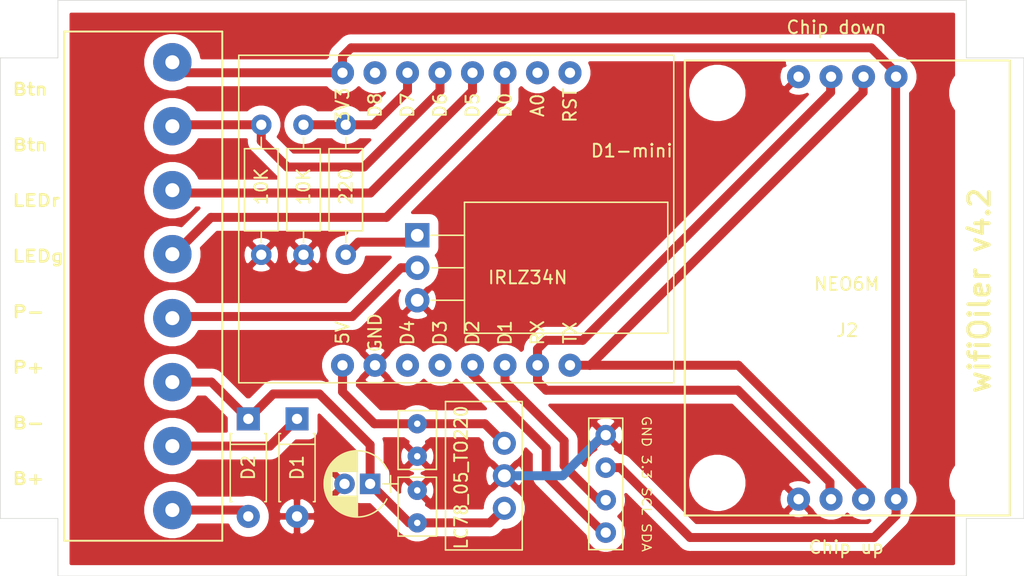
<source format=kicad_pcb>
(kicad_pcb (version 20171130) (host pcbnew "(5.1.8)-1")

  (general
    (thickness 1.6)
    (drawings 22)
    (tracks 88)
    (zones 0)
    (modules 15)
    (nets 17)
  )

  (page A4)
  (title_block
    (title wifiOiler)
    (date 2020-12-24)
    (rev 4.1)
    (company "Volkhard Wächter")
  )

  (layers
    (0 F.Cu signal)
    (31 B.Cu signal)
    (32 B.Adhes user hide)
    (33 F.Adhes user hide)
    (34 B.Paste user hide)
    (35 F.Paste user hide)
    (36 B.SilkS user)
    (37 F.SilkS user)
    (38 B.Mask user)
    (39 F.Mask user)
    (40 Dwgs.User user hide)
    (41 Cmts.User user hide)
    (42 Eco1.User user hide)
    (43 Eco2.User user hide)
    (44 Edge.Cuts user)
    (45 Margin user hide)
    (46 B.CrtYd user hide)
    (47 F.CrtYd user hide)
    (48 B.Fab user hide)
    (49 F.Fab user hide)
  )

  (setup
    (last_trace_width 0.7)
    (trace_clearance 0.7)
    (zone_clearance 0.508)
    (zone_45_only no)
    (trace_min 0.2)
    (via_size 2)
    (via_drill 0.8)
    (via_min_size 0.4)
    (via_min_drill 0.3)
    (uvia_size 0.3)
    (uvia_drill 0.1)
    (uvias_allowed no)
    (uvia_min_size 0.2)
    (uvia_min_drill 0.1)
    (edge_width 0.05)
    (segment_width 0.2)
    (pcb_text_width 0.3)
    (pcb_text_size 1.5 1.5)
    (mod_edge_width 0.12)
    (mod_text_size 1 1)
    (mod_text_width 0.15)
    (pad_size 1.8 1.8)
    (pad_drill 0.8)
    (pad_to_mask_clearance 0)
    (aux_axis_origin 100 145)
    (visible_elements 7FFFFFFF)
    (pcbplotparams
      (layerselection 0x010f0_ffffffff)
      (usegerberextensions true)
      (usegerberattributes false)
      (usegerberadvancedattributes false)
      (creategerberjobfile false)
      (excludeedgelayer true)
      (linewidth 0.100000)
      (plotframeref false)
      (viasonmask false)
      (mode 1)
      (useauxorigin false)
      (hpglpennumber 1)
      (hpglpenspeed 20)
      (hpglpendiameter 15.000000)
      (psnegative false)
      (psa4output false)
      (plotreference true)
      (plotvalue false)
      (plotinvisibletext false)
      (padsonsilk true)
      (subtractmaskfromsilk false)
      (outputformat 1)
      (mirror false)
      (drillshape 0)
      (scaleselection 1)
      (outputdirectory "jlcpcb/"))
  )

  (net 0 "")
  (net 1 "Net-(C1-Pad1)")
  (net 2 "Net-(C1-Pad2)")
  (net 3 "Net-(C2-Pad1)")
  (net 4 "Net-(D1-Pad1)")
  (net 5 "Net-(D2-Pad2)")
  (net 6 "Net-(MCU1-Pad3)")
  (net 7 "Net-(MCU1-Pad4)")
  (net 8 "Net-(MCU1-Pad5)")
  (net 9 "Net-(MCU1-Pad6)")
  (net 10 "Net-(Q1-Pad1)")
  (net 11 "Net-(P1-Pad4)")
  (net 12 "Net-(J1-Pad2)")
  (net 13 "Net-(J1-Pad1)")
  (net 14 "Net-(J1-Pad3)")
  (net 15 "Net-(J2-Pad3)")
  (net 16 "Net-(J2-Pad2)")

  (net_class Default "Dies ist die voreingestellte Netzklasse."
    (clearance 0.7)
    (trace_width 0.7)
    (via_dia 2)
    (via_drill 0.8)
    (uvia_dia 0.3)
    (uvia_drill 0.1)
    (add_net "Net-(C1-Pad1)")
    (add_net "Net-(C1-Pad2)")
    (add_net "Net-(C2-Pad1)")
    (add_net "Net-(D1-Pad1)")
    (add_net "Net-(D2-Pad2)")
    (add_net "Net-(J1-Pad1)")
    (add_net "Net-(J1-Pad2)")
    (add_net "Net-(J1-Pad3)")
    (add_net "Net-(J2-Pad2)")
    (add_net "Net-(J2-Pad3)")
    (add_net "Net-(MCU1-Pad3)")
    (add_net "Net-(MCU1-Pad4)")
    (add_net "Net-(MCU1-Pad5)")
    (add_net "Net-(MCU1-Pad6)")
    (add_net "Net-(P1-Pad4)")
    (add_net "Net-(Q1-Pad1)")
  )

  (module _ProjectFootprints:CP_Radial_D5.0mm_P2.00mm (layer F.Cu) (tedit 5FDA1358) (tstamp 5FD8D78E)
    (at 128.905 137.795 180)
    (descr "CP, Radial series, Radial, pin pitch=2.00mm, , diameter=5mm, Electrolytic Capacitor")
    (tags "CP Radial series Radial pin pitch 2.00mm  diameter 5mm Electrolytic Capacitor")
    (path /5DEDE899)
    (fp_text reference C3 (at 5.08 0 270) (layer F.SilkS) hide
      (effects (font (size 1 1) (thickness 0.15)))
    )
    (fp_text value "10 uF" (at -2.794 0 270) (layer F.Fab)
      (effects (font (size 1 1) (thickness 0.15)))
    )
    (fp_line (start 3.85 -2.85) (end -1.85 -2.85) (layer F.CrtYd) (width 0.05))
    (fp_line (start 3.85 2.85) (end 3.85 -2.85) (layer F.CrtYd) (width 0.05))
    (fp_line (start -1.85 2.85) (end 3.85 2.85) (layer F.CrtYd) (width 0.05))
    (fp_line (start -1.85 -2.85) (end -1.85 2.85) (layer F.CrtYd) (width 0.05))
    (fp_line (start -1.6 -0.65) (end -1.6 0.65) (layer F.SilkS) (width 0.12))
    (fp_line (start -2.2 0) (end -1 0) (layer F.SilkS) (width 0.12))
    (fp_line (start 3.561 -0.354) (end 3.561 0.354) (layer F.SilkS) (width 0.12))
    (fp_line (start 3.521 -0.559) (end 3.521 0.559) (layer F.SilkS) (width 0.12))
    (fp_line (start 3.481 -0.707) (end 3.481 0.707) (layer F.SilkS) (width 0.12))
    (fp_line (start 3.441 -0.829) (end 3.441 0.829) (layer F.SilkS) (width 0.12))
    (fp_line (start 3.401 -0.934) (end 3.401 0.934) (layer F.SilkS) (width 0.12))
    (fp_line (start 3.361 -1.028) (end 3.361 1.028) (layer F.SilkS) (width 0.12))
    (fp_line (start 3.321 -1.112) (end 3.321 1.112) (layer F.SilkS) (width 0.12))
    (fp_line (start 3.281 -1.189) (end 3.281 1.189) (layer F.SilkS) (width 0.12))
    (fp_line (start 3.241 -1.261) (end 3.241 1.261) (layer F.SilkS) (width 0.12))
    (fp_line (start 3.201 -1.327) (end 3.201 1.327) (layer F.SilkS) (width 0.12))
    (fp_line (start 3.161 -1.39) (end 3.161 1.39) (layer F.SilkS) (width 0.12))
    (fp_line (start 3.121 -1.448) (end 3.121 1.448) (layer F.SilkS) (width 0.12))
    (fp_line (start 3.081 -1.504) (end 3.081 1.504) (layer F.SilkS) (width 0.12))
    (fp_line (start 3.041 -1.556) (end 3.041 1.556) (layer F.SilkS) (width 0.12))
    (fp_line (start 3.001 -1.606) (end 3.001 1.606) (layer F.SilkS) (width 0.12))
    (fp_line (start 2.961 0.98) (end 2.961 1.654) (layer F.SilkS) (width 0.12))
    (fp_line (start 2.961 -1.654) (end 2.961 -0.98) (layer F.SilkS) (width 0.12))
    (fp_line (start 2.921 0.98) (end 2.921 1.699) (layer F.SilkS) (width 0.12))
    (fp_line (start 2.921 -1.699) (end 2.921 -0.98) (layer F.SilkS) (width 0.12))
    (fp_line (start 2.881 0.98) (end 2.881 1.742) (layer F.SilkS) (width 0.12))
    (fp_line (start 2.881 -1.742) (end 2.881 -0.98) (layer F.SilkS) (width 0.12))
    (fp_line (start 2.841 0.98) (end 2.841 1.783) (layer F.SilkS) (width 0.12))
    (fp_line (start 2.841 -1.783) (end 2.841 -0.98) (layer F.SilkS) (width 0.12))
    (fp_line (start 2.801 0.98) (end 2.801 1.823) (layer F.SilkS) (width 0.12))
    (fp_line (start 2.801 -1.823) (end 2.801 -0.98) (layer F.SilkS) (width 0.12))
    (fp_line (start 2.761 0.98) (end 2.761 1.861) (layer F.SilkS) (width 0.12))
    (fp_line (start 2.761 -1.861) (end 2.761 -0.98) (layer F.SilkS) (width 0.12))
    (fp_line (start 2.721 0.98) (end 2.721 1.897) (layer F.SilkS) (width 0.12))
    (fp_line (start 2.721 -1.897) (end 2.721 -0.98) (layer F.SilkS) (width 0.12))
    (fp_line (start 2.681 0.98) (end 2.681 1.932) (layer F.SilkS) (width 0.12))
    (fp_line (start 2.681 -1.932) (end 2.681 -0.98) (layer F.SilkS) (width 0.12))
    (fp_line (start 2.641 0.98) (end 2.641 1.965) (layer F.SilkS) (width 0.12))
    (fp_line (start 2.641 -1.965) (end 2.641 -0.98) (layer F.SilkS) (width 0.12))
    (fp_line (start 2.601 0.98) (end 2.601 1.997) (layer F.SilkS) (width 0.12))
    (fp_line (start 2.601 -1.997) (end 2.601 -0.98) (layer F.SilkS) (width 0.12))
    (fp_line (start 2.561 0.98) (end 2.561 2.028) (layer F.SilkS) (width 0.12))
    (fp_line (start 2.561 -2.028) (end 2.561 -0.98) (layer F.SilkS) (width 0.12))
    (fp_line (start 2.521 0.98) (end 2.521 2.058) (layer F.SilkS) (width 0.12))
    (fp_line (start 2.521 -2.058) (end 2.521 -0.98) (layer F.SilkS) (width 0.12))
    (fp_line (start 2.481 0.98) (end 2.481 2.086) (layer F.SilkS) (width 0.12))
    (fp_line (start 2.481 -2.086) (end 2.481 -0.98) (layer F.SilkS) (width 0.12))
    (fp_line (start 2.441 0.98) (end 2.441 2.113) (layer F.SilkS) (width 0.12))
    (fp_line (start 2.441 -2.113) (end 2.441 -0.98) (layer F.SilkS) (width 0.12))
    (fp_line (start 2.401 0.98) (end 2.401 2.14) (layer F.SilkS) (width 0.12))
    (fp_line (start 2.401 -2.14) (end 2.401 -0.98) (layer F.SilkS) (width 0.12))
    (fp_line (start 2.361 0.98) (end 2.361 2.165) (layer F.SilkS) (width 0.12))
    (fp_line (start 2.361 -2.165) (end 2.361 -0.98) (layer F.SilkS) (width 0.12))
    (fp_line (start 2.321 0.98) (end 2.321 2.189) (layer F.SilkS) (width 0.12))
    (fp_line (start 2.321 -2.189) (end 2.321 -0.98) (layer F.SilkS) (width 0.12))
    (fp_line (start 2.281 0.98) (end 2.281 2.212) (layer F.SilkS) (width 0.12))
    (fp_line (start 2.281 -2.212) (end 2.281 -0.98) (layer F.SilkS) (width 0.12))
    (fp_line (start 2.241 0.98) (end 2.241 2.234) (layer F.SilkS) (width 0.12))
    (fp_line (start 2.241 -2.234) (end 2.241 -0.98) (layer F.SilkS) (width 0.12))
    (fp_line (start 2.201 0.98) (end 2.201 2.256) (layer F.SilkS) (width 0.12))
    (fp_line (start 2.201 -2.256) (end 2.201 -0.98) (layer F.SilkS) (width 0.12))
    (fp_line (start 2.161 0.98) (end 2.161 2.276) (layer F.SilkS) (width 0.12))
    (fp_line (start 2.161 -2.276) (end 2.161 -0.98) (layer F.SilkS) (width 0.12))
    (fp_line (start 2.121 0.98) (end 2.121 2.296) (layer F.SilkS) (width 0.12))
    (fp_line (start 2.121 -2.296) (end 2.121 -0.98) (layer F.SilkS) (width 0.12))
    (fp_line (start 2.081 0.98) (end 2.081 2.315) (layer F.SilkS) (width 0.12))
    (fp_line (start 2.081 -2.315) (end 2.081 -0.98) (layer F.SilkS) (width 0.12))
    (fp_line (start 2.041 0.98) (end 2.041 2.333) (layer F.SilkS) (width 0.12))
    (fp_line (start 2.041 -2.333) (end 2.041 -0.98) (layer F.SilkS) (width 0.12))
    (fp_line (start 2.001 0.98) (end 2.001 2.35) (layer F.SilkS) (width 0.12))
    (fp_line (start 2.001 -2.35) (end 2.001 -0.98) (layer F.SilkS) (width 0.12))
    (fp_line (start 1.961 0.98) (end 1.961 2.366) (layer F.SilkS) (width 0.12))
    (fp_line (start 1.961 -2.366) (end 1.961 -0.98) (layer F.SilkS) (width 0.12))
    (fp_line (start 1.921 0.98) (end 1.921 2.382) (layer F.SilkS) (width 0.12))
    (fp_line (start 1.921 -2.382) (end 1.921 -0.98) (layer F.SilkS) (width 0.12))
    (fp_line (start 1.881 0.98) (end 1.881 2.396) (layer F.SilkS) (width 0.12))
    (fp_line (start 1.881 -2.396) (end 1.881 -0.98) (layer F.SilkS) (width 0.12))
    (fp_line (start 1.841 0.98) (end 1.841 2.41) (layer F.SilkS) (width 0.12))
    (fp_line (start 1.841 -2.41) (end 1.841 -0.98) (layer F.SilkS) (width 0.12))
    (fp_line (start 1.801 0.98) (end 1.801 2.424) (layer F.SilkS) (width 0.12))
    (fp_line (start 1.801 -2.424) (end 1.801 -0.98) (layer F.SilkS) (width 0.12))
    (fp_line (start 1.761 0.98) (end 1.761 2.436) (layer F.SilkS) (width 0.12))
    (fp_line (start 1.761 -2.436) (end 1.761 -0.98) (layer F.SilkS) (width 0.12))
    (fp_line (start 1.721 0.98) (end 1.721 2.448) (layer F.SilkS) (width 0.12))
    (fp_line (start 1.721 -2.448) (end 1.721 -0.98) (layer F.SilkS) (width 0.12))
    (fp_line (start 1.68 0.98) (end 1.68 2.46) (layer F.SilkS) (width 0.12))
    (fp_line (start 1.68 -2.46) (end 1.68 -0.98) (layer F.SilkS) (width 0.12))
    (fp_line (start 1.64 0.98) (end 1.64 2.47) (layer F.SilkS) (width 0.12))
    (fp_line (start 1.64 -2.47) (end 1.64 -0.98) (layer F.SilkS) (width 0.12))
    (fp_line (start 1.6 0.98) (end 1.6 2.48) (layer F.SilkS) (width 0.12))
    (fp_line (start 1.6 -2.48) (end 1.6 -0.98) (layer F.SilkS) (width 0.12))
    (fp_line (start 1.56 0.98) (end 1.56 2.489) (layer F.SilkS) (width 0.12))
    (fp_line (start 1.56 -2.489) (end 1.56 -0.98) (layer F.SilkS) (width 0.12))
    (fp_line (start 1.52 0.98) (end 1.52 2.498) (layer F.SilkS) (width 0.12))
    (fp_line (start 1.52 -2.498) (end 1.52 -0.98) (layer F.SilkS) (width 0.12))
    (fp_line (start 1.48 0.98) (end 1.48 2.506) (layer F.SilkS) (width 0.12))
    (fp_line (start 1.48 -2.506) (end 1.48 -0.98) (layer F.SilkS) (width 0.12))
    (fp_line (start 1.44 0.98) (end 1.44 2.513) (layer F.SilkS) (width 0.12))
    (fp_line (start 1.44 -2.513) (end 1.44 -0.98) (layer F.SilkS) (width 0.12))
    (fp_line (start 1.4 0.98) (end 1.4 2.519) (layer F.SilkS) (width 0.12))
    (fp_line (start 1.4 -2.519) (end 1.4 -0.98) (layer F.SilkS) (width 0.12))
    (fp_line (start 1.36 0.98) (end 1.36 2.525) (layer F.SilkS) (width 0.12))
    (fp_line (start 1.36 -2.525) (end 1.36 -0.98) (layer F.SilkS) (width 0.12))
    (fp_line (start 1.32 0.98) (end 1.32 2.531) (layer F.SilkS) (width 0.12))
    (fp_line (start 1.32 -2.531) (end 1.32 -0.98) (layer F.SilkS) (width 0.12))
    (fp_line (start 1.28 0.98) (end 1.28 2.535) (layer F.SilkS) (width 0.12))
    (fp_line (start 1.28 -2.535) (end 1.28 -0.98) (layer F.SilkS) (width 0.12))
    (fp_line (start 1.24 0.98) (end 1.24 2.539) (layer F.SilkS) (width 0.12))
    (fp_line (start 1.24 -2.539) (end 1.24 -0.98) (layer F.SilkS) (width 0.12))
    (fp_line (start 1.2 0.98) (end 1.2 2.543) (layer F.SilkS) (width 0.12))
    (fp_line (start 1.2 -2.543) (end 1.2 -0.98) (layer F.SilkS) (width 0.12))
    (fp_line (start 1.16 0.98) (end 1.16 2.546) (layer F.SilkS) (width 0.12))
    (fp_line (start 1.16 -2.546) (end 1.16 -0.98) (layer F.SilkS) (width 0.12))
    (fp_line (start 1.12 0.98) (end 1.12 2.548) (layer F.SilkS) (width 0.12))
    (fp_line (start 1.12 -2.548) (end 1.12 -0.98) (layer F.SilkS) (width 0.12))
    (fp_line (start 1.08 0.98) (end 1.08 2.549) (layer F.SilkS) (width 0.12))
    (fp_line (start 1.08 -2.549) (end 1.08 -0.98) (layer F.SilkS) (width 0.12))
    (fp_line (start 1.04 0.98) (end 1.04 2.55) (layer F.SilkS) (width 0.12))
    (fp_line (start 1.04 -2.55) (end 1.04 -0.98) (layer F.SilkS) (width 0.12))
    (fp_line (start 1 -2.55) (end 1 2.55) (layer F.SilkS) (width 0.12))
    (fp_line (start -1.6 -0.65) (end -1.6 0.65) (layer F.Fab) (width 0.1))
    (fp_line (start -2.2 0) (end -1 0) (layer F.Fab) (width 0.1))
    (fp_circle (center 1 0) (end 3.5 0) (layer F.Fab) (width 0.1))
    (fp_text user %R (at 1 0) (layer F.Fab)
      (effects (font (size 1 1) (thickness 0.15)))
    )
    (fp_arc (start 1 0) (end 3.30558 -1.18) (angle 54.2) (layer F.SilkS) (width 0.12))
    (fp_arc (start 1 0) (end -1.30558 1.18) (angle -125.8) (layer F.SilkS) (width 0.12))
    (fp_arc (start 1 0) (end -1.30558 -1.18) (angle 125.8) (layer F.SilkS) (width 0.12))
    (pad 2 thru_hole circle (at 2 0 180) (size 1.6 1.6) (drill 0.8) (layers *.Cu *.Mask)
      (net 2 "Net-(C1-Pad2)") (clearance 0.38))
    (pad 1 thru_hole rect (at 0 0 180) (size 1.6 1.6) (drill 0.8) (layers *.Cu *.Mask)
      (net 3 "Net-(C2-Pad1)") (clearance 0.38))
    (model ${KISYS3DMOD}/Capacitors_THT.3dshapes/CP_Radial_D5.0mm_P2.00mm.wrl
      (at (xyz 0 0 0))
      (scale (xyz 1 1 1))
      (rotate (xyz 0 0 0))
    )
  )

  (module _ProjectFootprints:NEO6M_18_ChipDown (layer F.Cu) (tedit 5FDA1175) (tstamp 5FD8D880)
    (at 166.2 104.7)
    (path /5CCB638B)
    (fp_text reference N1 (at 0 14.47) (layer F.Fab)
      (effects (font (size 1 1) (thickness 0.15)))
    )
    (fp_text value NEO6M (at -0.0508 17.474) (layer F.SilkS)
      (effects (font (size 1 1) (thickness 0.15)))
    )
    (fp_line (start -12.7 35.56) (end -12.7 0) (layer F.CrtYd) (width 0.15))
    (fp_line (start 12.7 35.56) (end -12.7 35.56) (layer F.CrtYd) (width 0.15))
    (fp_line (start 12.7 0) (end 12.7 35.56) (layer F.CrtYd) (width 0.15))
    (fp_line (start -12.7 0) (end 12.7 0) (layer F.CrtYd) (width 0.15))
    (fp_line (start -12.7 35.56) (end -12.7 0) (layer F.SilkS) (width 0.15))
    (fp_line (start 12.7 35.56) (end -12.7 35.56) (layer F.SilkS) (width 0.15))
    (fp_line (start 12.7 0) (end 12.7 35.56) (layer F.SilkS) (width 0.15))
    (fp_line (start -12.7 0) (end 12.7 0) (layer F.SilkS) (width 0.15))
    (fp_circle (center -10.16 2.54) (end -7.66 2.54) (layer F.CrtYd) (width 0.12))
    (fp_circle (center 10.16 2.54) (end 12.66 2.54) (layer F.CrtYd) (width 0.12))
    (fp_circle (center -10.16 33.02) (end -7.66 33.02) (layer F.CrtYd) (width 0.12))
    (fp_circle (center 10.16 33.02) (end 12.66 33.02) (layer F.CrtYd) (width 0.12))
    (pad 3 thru_hole circle (at -1.27 1.27) (size 1.8 1.8) (drill 0.8) (layers *.Cu *.Mask)
      (net 15 "Net-(J2-Pad3)"))
    (pad 4 thru_hole circle (at -3.81 1.27) (size 1.8 1.8) (drill 0.8) (layers *.Cu *.Mask)
      (net 2 "Net-(C1-Pad2)"))
    (pad 2 thru_hole circle (at 1.27 1.27) (size 1.8 1.8) (drill 0.8) (layers *.Cu *.Mask)
      (net 16 "Net-(J2-Pad2)"))
    (pad 1 thru_hole circle (at 3.81 1.27) (size 1.8 1.8) (drill 0.8) (layers *.Cu *.Mask)
      (net 14 "Net-(J1-Pad3)"))
    (pad "" np_thru_hole circle (at 10.16 2.54) (size 3 3) (drill 3) (layers *.Cu *.Mask))
    (pad "" np_thru_hole circle (at -10.16 2.54) (size 3 3) (drill 3) (layers *.Cu *.Mask))
    (pad "" np_thru_hole circle (at 10.16 33.02) (size 3 3) (drill 3) (layers *.Cu *.Mask))
    (pad "" np_thru_hole circle (at -10.16 33.02) (size 3 3) (drill 3) (layers *.Cu *.Mask))
  )

  (module _ProjectFootprints:R_Axial_DIN0207_L6.3mm_D2.5mm_P10.16mm_Horizontal (layer F.Cu) (tedit 5FE53B0A) (tstamp 5FD8D8C7)
    (at 127 109.728 270)
    (descr "Resistor, Axial_DIN0207 series, Axial, Horizontal, pin pitch=10.16mm, 0.25W = 1/4W, length*diameter=6.3*2.5mm^2, http://cdn-reichelt.de/documents/datenblatt/B400/1_4W%23YAG.pdf")
    (tags "Resistor Axial_DIN0207 series Axial Horizontal pin pitch 10.16mm 0.25W = 1/4W length 6.3mm diameter 2.5mm")
    (path /5CCBE933)
    (fp_text reference R1 (at 5.08 -0.254 90) (layer F.SilkS) hide
      (effects (font (size 1 1) (thickness 0.15)))
    )
    (fp_text value 220 (at 4.826 0 90) (layer F.SilkS)
      (effects (font (size 1 1) (thickness 0.15)))
    )
    (fp_line (start 11.25 -1.6) (end -1.05 -1.6) (layer F.CrtYd) (width 0.05))
    (fp_line (start 11.25 1.6) (end 11.25 -1.6) (layer F.CrtYd) (width 0.05))
    (fp_line (start -1.05 1.6) (end 11.25 1.6) (layer F.CrtYd) (width 0.05))
    (fp_line (start -1.05 -1.6) (end -1.05 1.6) (layer F.CrtYd) (width 0.05))
    (fp_line (start 9.18 0) (end 8.29 0) (layer F.SilkS) (width 0.12))
    (fp_line (start 0.98 0) (end 1.87 0) (layer F.SilkS) (width 0.12))
    (fp_line (start 8.29 -1.31) (end 1.87 -1.31) (layer F.SilkS) (width 0.12))
    (fp_line (start 8.29 1.31) (end 8.29 -1.31) (layer F.SilkS) (width 0.12))
    (fp_line (start 1.87 1.31) (end 8.29 1.31) (layer F.SilkS) (width 0.12))
    (fp_line (start 1.87 -1.31) (end 1.87 1.31) (layer F.SilkS) (width 0.12))
    (fp_line (start 10.16 0) (end 8.23 0) (layer F.Fab) (width 0.1))
    (fp_line (start 0 0) (end 1.93 0) (layer F.Fab) (width 0.1))
    (fp_line (start 8.23 -1.25) (end 1.93 -1.25) (layer F.Fab) (width 0.1))
    (fp_line (start 8.23 1.25) (end 8.23 -1.25) (layer F.Fab) (width 0.1))
    (fp_line (start 1.93 1.25) (end 8.23 1.25) (layer F.Fab) (width 0.1))
    (fp_line (start 1.93 -1.25) (end 1.93 1.25) (layer F.Fab) (width 0.1))
    (pad 1 thru_hole circle (at 0 0 270) (size 1.6 1.6) (drill 0.8) (layers *.Cu *.Mask)
      (net 9 "Net-(MCU1-Pad6)"))
    (pad 2 thru_hole circle (at 10.16 0 270) (size 1.6 1.6) (drill 0.8) (layers *.Cu *.Mask)
      (net 10 "Net-(Q1-Pad1)"))
    (model ${KISYS3DMOD}/Resistors_THT.3dshapes/R_Axial_DIN0207_L6.3mm_D2.5mm_P10.16mm_Horizontal.wrl
      (at (xyz 0 0 0))
      (scale (xyz 0.393701 0.393701 0.393701))
      (rotate (xyz 0 0 0))
    )
  )

  (module "_ProjectFootprints:LC78_0.5 aufrecht" (layer F.Cu) (tedit 5FE48B3A) (tstamp 5FD8D906)
    (at 137.795 137.16 270)
    (path /5CCB9E96)
    (fp_text reference U1 (at 4.826 -4.064 90) (layer F.Fab)
      (effects (font (size 1 1) (thickness 0.15)))
    )
    (fp_text value LC78_05_TO220 (at 0.127 1.778 90) (layer F.SilkS)
      (effects (font (size 1 0.95) (thickness 0.15)))
    )
    (fp_line (start -5.8 3) (end 5.8 3) (layer F.SilkS) (width 0.12))
    (fp_line (start -5.8 -3) (end -5.8 3) (layer F.SilkS) (width 0.12))
    (fp_line (start 5.8 -3) (end 5.8 3) (layer F.SilkS) (width 0.12))
    (fp_line (start -5.8 -3) (end 5.8 -3) (layer F.SilkS) (width 0.12))
    (pad 3 thru_hole circle (at -2.54 -1.6 270) (size 1.8 1.8) (drill 1) (layers *.Cu *.Mask)
      (net 1 "Net-(C1-Pad1)"))
    (pad 2 thru_hole circle (at 0 -1.6 270) (size 1.8 1.8) (drill 1) (layers *.Cu *.Mask)
      (net 2 "Net-(C1-Pad2)"))
    (pad 1 thru_hole circle (at 2.54 -1.6 270) (size 1.8 1.8) (drill 1) (layers *.Cu *.Mask)
      (net 3 "Net-(C2-Pad1)"))
  )

  (module "_ProjectFootprints:MKS02-63 100N Folienkondensator" (layer F.Cu) (tedit 5FE48A12) (tstamp 5FD8D785)
    (at 132.588 139.573 90)
    (path /5CCBD364)
    (fp_text reference C2 (at -3.302 0 180) (layer F.SilkS) hide
      (effects (font (size 1 1) (thickness 0.15)))
    )
    (fp_text value CP_Small (at -1.016 -2.54 90) (layer F.Fab) hide
      (effects (font (size 1 1) (thickness 0.15)))
    )
    (fp_line (start -2.3 -1.5) (end 2.3 -1.5) (layer F.SilkS) (width 0.12))
    (fp_line (start 2.3 -1.5) (end 2.3 1.5) (layer F.SilkS) (width 0.12))
    (fp_line (start -2.3 1.5) (end 2.3 1.5) (layer F.SilkS) (width 0.12))
    (fp_line (start -2.3 -1.5) (end -2.3 1.5) (layer F.SilkS) (width 0.12))
    (pad 2 thru_hole circle (at 1.27 0 90) (size 1.5 1.5) (drill 0.5) (layers *.Cu *.Mask)
      (net 2 "Net-(C1-Pad2)"))
    (pad 1 thru_hole circle (at -1.27 0 90) (size 1.5 1.5) (drill 0.5) (layers *.Cu *.Mask)
      (net 3 "Net-(C2-Pad1)"))
  )

  (module "_ProjectFootprints:MKS02-63 100N Folienkondensator" (layer F.Cu) (tedit 5FE48A7A) (tstamp 5FFB8EA4)
    (at 132.588 134.366 270)
    (path /5CCBDC9B)
    (fp_text reference C1 (at -3.302 0) (layer F.SilkS) hide
      (effects (font (size 1 1) (thickness 0.15)))
    )
    (fp_text value CP_Small (at -3.556 -1.778) (layer F.Fab) hide
      (effects (font (size 1 1) (thickness 0.15)))
    )
    (fp_line (start -2.3 -1.5) (end -2.3 1.5) (layer F.SilkS) (width 0.12))
    (fp_line (start -2.3 1.5) (end 2.3 1.5) (layer F.SilkS) (width 0.12))
    (fp_line (start 2.3 -1.5) (end 2.3 1.5) (layer F.SilkS) (width 0.12))
    (fp_line (start -2.3 -1.5) (end 2.3 -1.5) (layer F.SilkS) (width 0.12))
    (pad 2 thru_hole circle (at 1.27 0 270) (size 1.5 1.5) (drill 0.5) (layers *.Cu *.Mask)
      (net 2 "Net-(C1-Pad2)"))
    (pad 1 thru_hole circle (at -1.27 0 270) (size 1.5 1.5) (drill 0.5) (layers *.Cu *.Mask)
      (net 1 "Net-(C1-Pad1)"))
  )

  (module _ProjectFootprints:R_Axial_DIN0207_L6.3mm_D2.5mm_P10.16mm_Horizontal (layer F.Cu) (tedit 5FDA0B5E) (tstamp 5FD8D8F1)
    (at 120.396 109.728 270)
    (descr "Resistor, Axial_DIN0207 series, Axial, Horizontal, pin pitch=10.16mm, 0.25W = 1/4W, length*diameter=6.3*2.5mm^2, http://cdn-reichelt.de/documents/datenblatt/B400/1_4W%23YAG.pdf")
    (tags "Resistor Axial_DIN0207 series Axial Horizontal pin pitch 10.16mm 0.25W = 1/4W length 6.3mm diameter 2.5mm")
    (path /5E8B325C)
    (fp_text reference R3 (at 5.08 0 90) (layer F.SilkS) hide
      (effects (font (size 1 1) (thickness 0.15)))
    )
    (fp_text value 10K (at 4.826 0 90) (layer F.SilkS)
      (effects (font (size 1 1) (thickness 0.15)))
    )
    (fp_line (start 11.25 -1.6) (end -1.05 -1.6) (layer F.CrtYd) (width 0.05))
    (fp_line (start 11.25 1.6) (end 11.25 -1.6) (layer F.CrtYd) (width 0.05))
    (fp_line (start -1.05 1.6) (end 11.25 1.6) (layer F.CrtYd) (width 0.05))
    (fp_line (start -1.05 -1.6) (end -1.05 1.6) (layer F.CrtYd) (width 0.05))
    (fp_line (start 9.18 0) (end 8.29 0) (layer F.SilkS) (width 0.12))
    (fp_line (start 0.98 0) (end 1.87 0) (layer F.SilkS) (width 0.12))
    (fp_line (start 8.29 -1.31) (end 1.87 -1.31) (layer F.SilkS) (width 0.12))
    (fp_line (start 8.29 1.31) (end 8.29 -1.31) (layer F.SilkS) (width 0.12))
    (fp_line (start 1.87 1.31) (end 8.29 1.31) (layer F.SilkS) (width 0.12))
    (fp_line (start 1.87 -1.31) (end 1.87 1.31) (layer F.SilkS) (width 0.12))
    (fp_line (start 10.16 0) (end 8.23 0) (layer F.Fab) (width 0.1))
    (fp_line (start 0 0) (end 1.93 0) (layer F.Fab) (width 0.1))
    (fp_line (start 8.23 -1.25) (end 1.93 -1.25) (layer F.Fab) (width 0.1))
    (fp_line (start 8.23 1.25) (end 8.23 -1.25) (layer F.Fab) (width 0.1))
    (fp_line (start 1.93 1.25) (end 8.23 1.25) (layer F.Fab) (width 0.1))
    (fp_line (start 1.93 -1.25) (end 1.93 1.25) (layer F.Fab) (width 0.1))
    (pad 1 thru_hole circle (at 0 0 270) (size 1.6 1.6) (drill 0.8) (layers *.Cu *.Mask)
      (net 8 "Net-(MCU1-Pad5)"))
    (pad 2 thru_hole circle (at 10.16 0 270) (size 1.6 1.6) (drill 0.8) (layers *.Cu *.Mask)
      (net 2 "Net-(C1-Pad2)"))
    (model ${KISYS3DMOD}/Resistors_THT.3dshapes/R_Axial_DIN0207_L6.3mm_D2.5mm_P10.16mm_Horizontal.wrl
      (at (xyz 0 0 0))
      (scale (xyz 0.393701 0.393701 0.393701))
      (rotate (xyz 0 0 0))
    )
  )

  (module _ProjectFootprints:R_Axial_DIN0207_L6.3mm_D2.5mm_P10.16mm_Horizontal (layer F.Cu) (tedit 5FDA0B5E) (tstamp 5FD8D8DC)
    (at 123.698 109.728 270)
    (descr "Resistor, Axial_DIN0207 series, Axial, Horizontal, pin pitch=10.16mm, 0.25W = 1/4W, length*diameter=6.3*2.5mm^2, http://cdn-reichelt.de/documents/datenblatt/B400/1_4W%23YAG.pdf")
    (tags "Resistor Axial_DIN0207 series Axial Horizontal pin pitch 10.16mm 0.25W = 1/4W length 6.3mm diameter 2.5mm")
    (path /5E8C0F69)
    (fp_text reference R2 (at 5.08 0 90) (layer F.SilkS) hide
      (effects (font (size 1 1) (thickness 0.15)))
    )
    (fp_text value 10K (at 4.826 0 270) (layer F.SilkS)
      (effects (font (size 1 1) (thickness 0.15)))
    )
    (fp_line (start 11.25 -1.6) (end -1.05 -1.6) (layer F.CrtYd) (width 0.05))
    (fp_line (start 11.25 1.6) (end 11.25 -1.6) (layer F.CrtYd) (width 0.05))
    (fp_line (start -1.05 1.6) (end 11.25 1.6) (layer F.CrtYd) (width 0.05))
    (fp_line (start -1.05 -1.6) (end -1.05 1.6) (layer F.CrtYd) (width 0.05))
    (fp_line (start 9.18 0) (end 8.29 0) (layer F.SilkS) (width 0.12))
    (fp_line (start 0.98 0) (end 1.87 0) (layer F.SilkS) (width 0.12))
    (fp_line (start 8.29 -1.31) (end 1.87 -1.31) (layer F.SilkS) (width 0.12))
    (fp_line (start 8.29 1.31) (end 8.29 -1.31) (layer F.SilkS) (width 0.12))
    (fp_line (start 1.87 1.31) (end 8.29 1.31) (layer F.SilkS) (width 0.12))
    (fp_line (start 1.87 -1.31) (end 1.87 1.31) (layer F.SilkS) (width 0.12))
    (fp_line (start 10.16 0) (end 8.23 0) (layer F.Fab) (width 0.1))
    (fp_line (start 0 0) (end 1.93 0) (layer F.Fab) (width 0.1))
    (fp_line (start 8.23 -1.25) (end 1.93 -1.25) (layer F.Fab) (width 0.1))
    (fp_line (start 8.23 1.25) (end 8.23 -1.25) (layer F.Fab) (width 0.1))
    (fp_line (start 1.93 1.25) (end 8.23 1.25) (layer F.Fab) (width 0.1))
    (fp_line (start 1.93 -1.25) (end 1.93 1.25) (layer F.Fab) (width 0.1))
    (pad 1 thru_hole circle (at 0 0 270) (size 1.6 1.6) (drill 0.8) (layers *.Cu *.Mask)
      (net 9 "Net-(MCU1-Pad6)"))
    (pad 2 thru_hole circle (at 10.16 0 270) (size 1.6 1.6) (drill 0.8) (layers *.Cu *.Mask)
      (net 2 "Net-(C1-Pad2)"))
    (model ${KISYS3DMOD}/Resistors_THT.3dshapes/R_Axial_DIN0207_L6.3mm_D2.5mm_P10.16mm_Horizontal.wrl
      (at (xyz 0 0 0))
      (scale (xyz 0.393701 0.393701 0.393701))
      (rotate (xyz 0 0 0))
    )
  )

  (module _ProjectFootprints:TO-220-3_Horizontal_NoPad (layer F.Cu) (tedit 5FDA139A) (tstamp 5FD8D8AA)
    (at 132.588 118.364 270)
    (descr "TO-220-3, Horizontal, RM 2.54mm")
    (tags "TO-220-3 Horizontal RM 2.54mm")
    (path /5CCB81B0)
    (fp_text reference Q1 (at 0.762 -8.636 180) (layer F.Fab)
      (effects (font (size 1 1) (thickness 0.15)))
    )
    (fp_text value IRLZ34N (at 3.302 -8.636 180) (layer F.SilkS)
      (effects (font (size 1 1) (thickness 0.15)))
    )
    (fp_line (start 7.79 -19.71) (end -2.71 -19.71) (layer F.CrtYd) (width 0.05))
    (fp_line (start 7.79 1.15) (end 7.79 -19.71) (layer F.CrtYd) (width 0.05))
    (fp_line (start -2.71 1.15) (end 7.79 1.15) (layer F.CrtYd) (width 0.05))
    (fp_line (start -2.71 -19.71) (end -2.71 1.15) (layer F.CrtYd) (width 0.05))
    (fp_line (start 5.08 -3.69) (end 5.08 -1.066) (layer F.SilkS) (width 0.12))
    (fp_line (start 2.54 -3.69) (end 2.54 -1.066) (layer F.SilkS) (width 0.12))
    (fp_line (start 0 -3.69) (end 0 -1.05) (layer F.SilkS) (width 0.12))
    (fp_line (start 7.66 -19.58) (end 7.66 -3.69) (layer F.SilkS) (width 0.12))
    (fp_line (start -2.58 -19.58) (end -2.58 -3.69) (layer F.SilkS) (width 0.12))
    (fp_line (start -2.58 -19.58) (end 7.66 -19.58) (layer F.SilkS) (width 0.12))
    (fp_line (start -2.58 -3.69) (end 7.66 -3.69) (layer F.SilkS) (width 0.12))
    (fp_line (start 5.08 -3.81) (end 5.08 0) (layer F.Fab) (width 0.1))
    (fp_line (start 2.54 -3.81) (end 2.54 0) (layer F.Fab) (width 0.1))
    (fp_line (start 0 -3.81) (end 0 0) (layer F.Fab) (width 0.1))
    (fp_line (start 7.54 -3.81) (end -2.46 -3.81) (layer F.Fab) (width 0.1))
    (fp_line (start 7.54 -13.06) (end 7.54 -3.81) (layer F.Fab) (width 0.1))
    (fp_line (start -2.46 -13.06) (end 7.54 -13.06) (layer F.Fab) (width 0.1))
    (fp_line (start -2.46 -3.81) (end -2.46 -13.06) (layer F.Fab) (width 0.1))
    (fp_line (start 7.54 -13.06) (end -2.46 -13.06) (layer F.Fab) (width 0.1))
    (fp_line (start 7.54 -19.46) (end 7.54 -13.06) (layer F.Fab) (width 0.1))
    (fp_line (start -2.46 -19.46) (end 7.54 -19.46) (layer F.Fab) (width 0.1))
    (fp_line (start -2.46 -13.06) (end -2.46 -19.46) (layer F.Fab) (width 0.1))
    (fp_text user %R (at 2.54 -20.58 270) (layer F.Fab)
      (effects (font (size 1 1) (thickness 0.15)))
    )
    (pad 3 thru_hole circle (at 5.08 0 270) (size 1.9 1.9) (drill 1) (layers *.Cu *.Mask)
      (net 2 "Net-(C1-Pad2)") (clearance 0.5))
    (pad 2 thru_hole circle (at 2.54 0 270) (size 1.9 1.9) (drill 1) (layers *.Cu *.Mask)
      (net 11 "Net-(P1-Pad4)") (clearance 0.5))
    (pad 1 thru_hole rect (at 0 0 270) (size 1.9 1.9) (drill 1) (layers *.Cu *.Mask)
      (net 10 "Net-(Q1-Pad1)") (clearance 0.5))
    (model ${KISYS3DMOD}/TO_SOT_Packages_THT.3dshapes/TO-220-3_Horizontal.wrl
      (offset (xyz 2.539999961853027 0 0))
      (scale (xyz 0.393701 0.393701 0.393701))
      (rotate (xyz 0 0 0))
    )
  )

  (module _ProjectFootprints:Stiftleiste_1x8_5mm_D13_Box_korr (layer F.Cu) (tedit 5C2A2247) (tstamp 5FD8D897)
    (at 117.348 142.24 180)
    (path /5CCB4EEA)
    (fp_text reference P1 (at 11.43 -1.016) (layer F.SilkS) hide
      (effects (font (size 1 1) (thickness 0.15)))
    )
    (fp_text value CONN_01X08 (at 4.826 -1.016) (layer F.Fab)
      (effects (font (size 1 1) (thickness 0.15)))
    )
    (fp_line (start 0 0) (end 0 39.8) (layer F.SilkS) (width 0.15))
    (fp_line (start 12.35486 0) (end 12.35486 39.8) (layer F.SilkS) (width 0.15))
    (fp_line (start 0 39.8) (end 12.35486 39.8) (layer F.SilkS) (width 0.15))
    (fp_line (start 0 0) (end 12.35486 0) (layer F.SilkS) (width 0.15))
    (fp_line (start 0 0) (end 12.35486 0) (layer F.CrtYd) (width 0.15))
    (fp_line (start 0 0) (end 0 39.8) (layer F.CrtYd) (width 0.15))
    (fp_line (start 12.35486 0) (end 12.35486 39.8) (layer F.CrtYd) (width 0.15))
    (fp_line (start 0 39.8) (end 12.35486 39.8) (layer F.CrtYd) (width 0.15))
    (pad 1 thru_hole circle (at 3.90153 2.4 180) (size 3 3) (drill 1.1) (layers *.Cu *.Mask)
      (net 5 "Net-(D2-Pad2)"))
    (pad 2 thru_hole circle (at 3.90153 7.4 180) (size 3 3) (drill 1.1) (layers *.Cu *.Mask)
      (net 4 "Net-(D1-Pad1)"))
    (pad 3 thru_hole circle (at 3.90153 12.4 180) (size 3 3) (drill 1.1) (layers *.Cu *.Mask)
      (net 3 "Net-(C2-Pad1)"))
    (pad 4 thru_hole circle (at 3.90153 17.4 180) (size 3 3) (drill 1.1) (layers *.Cu *.Mask)
      (net 11 "Net-(P1-Pad4)"))
    (pad 5 thru_hole circle (at 3.90153 22.4 180) (size 3 3) (drill 1.1) (layers *.Cu *.Mask)
      (net 6 "Net-(MCU1-Pad3)"))
    (pad 6 thru_hole circle (at 3.90153 27.4 180) (size 3 3) (drill 1.1) (layers *.Cu *.Mask)
      (net 7 "Net-(MCU1-Pad4)"))
    (pad 7 thru_hole circle (at 3.90153 32.4 180) (size 3 3) (drill 1.1) (layers *.Cu *.Mask)
      (net 8 "Net-(MCU1-Pad5)"))
    (pad 8 thru_hole circle (at 3.90153 37.4 180) (size 3 3) (drill 1.1) (layers *.Cu *.Mask)
      (net 14 "Net-(J1-Pad3)"))
  )

  (module "_ProjectFootprints:D1 mini (ESP8266)" (layer F.Cu) (tedit 5FE52904) (tstamp 5FD8D859)
    (at 135.636 117.094 270)
    (path /5CE73972)
    (fp_text reference MCU1 (at -6.096 -14.224 270) (layer F.Fab)
      (effects (font (size 1 1) (thickness 0.15)))
    )
    (fp_text value D1-mini (at -5.334 -13.716) (layer F.SilkS)
      (effects (font (size 1 1) (thickness 0.15)))
    )
    (fp_line (start -12.8 -17) (end -12.8 17) (layer F.SilkS) (width 0.12))
    (fp_line (start -12.8 17) (end 12.8 17) (layer F.SilkS) (width 0.12))
    (fp_line (start 12.8 -17) (end 12.8 17) (layer F.SilkS) (width 0.12))
    (fp_line (start -12.8 -17) (end 12.8 -17) (layer F.SilkS) (width 0.12))
    (fp_text user 5V (at 8.89 8.89 270) (layer F.SilkS)
      (effects (font (size 1 1) (thickness 0.15)))
    )
    (fp_text user GND (at 8.89 6.35 270) (layer F.SilkS)
      (effects (font (size 1 1) (thickness 0.15)))
    )
    (fp_text user D4 (at 8.89 3.81 270) (layer F.SilkS)
      (effects (font (size 1 1) (thickness 0.15)))
    )
    (fp_text user D3 (at 8.89 1.27 270) (layer F.SilkS)
      (effects (font (size 1 1) (thickness 0.15)))
    )
    (fp_text user D2 (at 8.89 -1.27 270) (layer F.SilkS)
      (effects (font (size 1 1) (thickness 0.15)))
    )
    (fp_text user D1 (at 8.89 -3.81 270) (layer F.SilkS)
      (effects (font (size 1 1) (thickness 0.15)))
    )
    (fp_text user RX (at 8.89 -6.35 270) (layer F.SilkS)
      (effects (font (size 1 1) (thickness 0.15)))
    )
    (fp_text user TX (at 8.89 -8.89 270) (layer F.SilkS)
      (effects (font (size 1 1) (thickness 0.15)))
    )
    (fp_text user 3V3 (at -8.89 8.89 270) (layer F.SilkS)
      (effects (font (size 1 1) (thickness 0.15)))
    )
    (fp_text user D8 (at -8.89 6.35 270) (layer F.SilkS)
      (effects (font (size 1 1) (thickness 0.15)))
    )
    (fp_text user D7 (at -8.89 3.81 270) (layer F.SilkS)
      (effects (font (size 1 1) (thickness 0.15)))
    )
    (fp_text user D6 (at -8.89 1.27 270) (layer F.SilkS)
      (effects (font (size 1 1) (thickness 0.15)))
    )
    (fp_text user D5 (at -8.89 -1.27 270) (layer F.SilkS)
      (effects (font (size 1 1) (thickness 0.15)))
    )
    (fp_text user D0 (at -8.89 -3.81 270) (layer F.SilkS)
      (effects (font (size 1 1) (thickness 0.15)))
    )
    (fp_text user A0 (at -8.89 -6.35 270) (layer F.SilkS)
      (effects (font (size 1 1) (thickness 0.15)))
    )
    (fp_text user RST (at -8.89 -8.89 270) (layer F.SilkS)
      (effects (font (size 1 1) (thickness 0.15)))
    )
    (pad 16 thru_hole circle (at 11.43 8.89 270) (size 1.8 1.8) (drill 0.8) (layers *.Cu *.Mask)
      (net 1 "Net-(C1-Pad1)"))
    (pad 15 thru_hole circle (at 11.43 6.35 270) (size 1.8 1.8) (drill 0.8) (layers *.Cu *.Mask)
      (net 2 "Net-(C1-Pad2)"))
    (pad 14 thru_hole circle (at 11.43 3.81 270) (size 1.8 1.8) (drill 0.8) (layers *.Cu *.Mask))
    (pad 13 thru_hole circle (at 11.43 1.27 270) (size 1.8 1.8) (drill 0.8) (layers *.Cu *.Mask))
    (pad 12 thru_hole circle (at 11.43 -1.27 270) (size 1.8 1.8) (drill 0.8) (layers *.Cu *.Mask)
      (net 13 "Net-(J1-Pad1)"))
    (pad 11 thru_hole circle (at 11.43 -3.81 270) (size 1.8 1.8) (drill 0.8) (layers *.Cu *.Mask)
      (net 12 "Net-(J1-Pad2)"))
    (pad 10 thru_hole circle (at 11.43 -6.35 270) (size 1.8 1.8) (drill 0.8) (layers *.Cu *.Mask)
      (net 15 "Net-(J2-Pad3)"))
    (pad 9 thru_hole circle (at 11.43 -8.89 270) (size 1.8 1.8) (drill 0.8) (layers *.Cu *.Mask)
      (net 16 "Net-(J2-Pad2)"))
    (pad 8 thru_hole circle (at -11.43 8.89 270) (size 1.8 1.8) (drill 0.8) (layers *.Cu *.Mask)
      (net 14 "Net-(J1-Pad3)"))
    (pad 7 thru_hole circle (at -11.43 6.35 270) (size 1.8 1.8) (drill 0.8) (layers *.Cu *.Mask))
    (pad 6 thru_hole circle (at -11.43 3.81 270) (size 1.8 1.8) (drill 0.8) (layers *.Cu *.Mask)
      (net 9 "Net-(MCU1-Pad6)"))
    (pad 5 thru_hole circle (at -11.43 1.27 270) (size 1.8 1.8) (drill 0.8) (layers *.Cu *.Mask)
      (net 8 "Net-(MCU1-Pad5)"))
    (pad 4 thru_hole circle (at -11.43 -1.27 270) (size 1.8 1.8) (drill 0.8) (layers *.Cu *.Mask)
      (net 7 "Net-(MCU1-Pad4)"))
    (pad 3 thru_hole circle (at -11.43 -3.81 270) (size 1.8 1.8) (drill 0.8) (layers *.Cu *.Mask)
      (net 6 "Net-(MCU1-Pad3)"))
    (pad 2 thru_hole circle (at -11.43 -6.35 270) (size 1.8 1.8) (drill 0.8) (layers *.Cu *.Mask))
    (pad 1 thru_hole circle (at -11.43 -8.89 270) (size 1.8 1.8) (drill 0.8) (layers *.Cu *.Mask))
  )

  (module _ProjectFootprints:Pin_Header_Straight_1x04_Pitch2.54mm (layer F.Cu) (tedit 5FDA0B41) (tstamp 5FD8D842)
    (at 147.32 141.605 180)
    (descr "Through hole straight pin header, 1x04, 2.54mm pitch, single row")
    (tags "Through hole pin header THT 1x04 2.54mm single row")
    (path /5FD907FD)
    (fp_text reference J1 (at 0 12.954 90) (layer F.SilkS) hide
      (effects (font (size 1 1) (thickness 0.15)))
    )
    (fp_text value Conn_01x04 (at 2.794 3.81 90) (layer F.SilkS) hide
      (effects (font (size 0.7 0.8) (thickness 0.1)))
    )
    (fp_line (start 1.8 -1.8) (end -1.8 -1.8) (layer F.CrtYd) (width 0.05))
    (fp_line (start 1.8 9.4) (end 1.8 -1.8) (layer F.CrtYd) (width 0.05))
    (fp_line (start -1.8 9.4) (end 1.8 9.4) (layer F.CrtYd) (width 0.05))
    (fp_line (start -1.8 -1.8) (end -1.8 9.4) (layer F.CrtYd) (width 0.05))
    (fp_line (start -1.33 -1.33) (end 1.33 -1.33) (layer F.SilkS) (width 0.12))
    (fp_line (start 1.33 -1.33) (end 1.33 8.95) (layer F.SilkS) (width 0.12))
    (fp_line (start -1.33 -1.33) (end -1.33 8.95) (layer F.SilkS) (width 0.12))
    (fp_line (start -1.33 8.95) (end 1.33 8.95) (layer F.SilkS) (width 0.12))
    (fp_line (start -1.27 8.89) (end -1.27 -1.27) (layer F.Fab) (width 0.1))
    (fp_line (start 1.27 8.89) (end -1.27 8.89) (layer F.Fab) (width 0.1))
    (fp_line (start 1.27 -1.27) (end 1.27 8.89) (layer F.Fab) (width 0.1))
    (fp_line (start -1.27 -1.27) (end 1.27 -1.27) (layer F.Fab) (width 0.1))
    (fp_text user %R (at 0 3.81 90) (layer F.Fab)
      (effects (font (size 1 1) (thickness 0.15)))
    )
    (pad 1 thru_hole circle (at 0 0 180) (size 1.6 1.6) (drill 0.8) (layers *.Cu *.Mask)
      (net 13 "Net-(J1-Pad1)"))
    (pad 2 thru_hole circle (at 0 2.54 180) (size 1.6 1.6) (drill 0.8) (layers *.Cu *.Mask)
      (net 12 "Net-(J1-Pad2)"))
    (pad 3 thru_hole circle (at 0 5.08 180) (size 1.6 1.6) (drill 0.8) (layers *.Cu *.Mask)
      (net 14 "Net-(J1-Pad3)"))
    (pad 4 thru_hole circle (at 0 7.62 180) (size 1.6 1.6) (drill 0.8) (layers *.Cu *.Mask)
      (net 2 "Net-(C1-Pad2)"))
    (model ${KISYS3DMOD}/Pin_Headers.3dshapes/Pin_Header_Straight_1x04_Pitch2.54mm.wrl
      (at (xyz 0 0 0))
      (scale (xyz 1 1 1))
      (rotate (xyz 0 0 0))
    )
  )

  (module _ProjectFootprints:D_DO-41_SOD81_P7.62mm_Horizontal (layer F.Cu) (tedit 5FCA05A1) (tstamp 5FD8D82A)
    (at 119.38 132.715 270)
    (descr "D, DO-41_SOD81 series, Axial, Horizontal, pin pitch=7.62mm, , length*diameter=5.2*2.7mm^2, , http://www.diodes.com/_files/packages/DO-41%20(Plastic).pdf")
    (tags "D DO-41_SOD81 series Axial Horizontal pin pitch 7.62mm  length 5.2mm diameter 2.7mm")
    (path /5CCBB590)
    (fp_text reference D2 (at 3.81 0 90) (layer F.SilkS)
      (effects (font (size 1 1) (thickness 0.15)))
    )
    (fp_text value 1N4004 (at 4.318 -2.54 90) (layer F.SilkS) hide
      (effects (font (size 1 1) (thickness 0.15)))
    )
    (fp_line (start 9 -1.7) (end -1.35 -1.7) (layer F.CrtYd) (width 0.05))
    (fp_line (start 9 1.7) (end 9 -1.7) (layer F.CrtYd) (width 0.05))
    (fp_line (start -1.35 1.7) (end 9 1.7) (layer F.CrtYd) (width 0.05))
    (fp_line (start -1.35 -1.7) (end -1.35 1.7) (layer F.CrtYd) (width 0.05))
    (fp_line (start 1.99 -1.41) (end 1.99 1.41) (layer F.SilkS) (width 0.12))
    (fp_line (start 6.47 1.41) (end 6.47 1.28) (layer F.SilkS) (width 0.12))
    (fp_line (start 1.15 1.41) (end 6.47 1.41) (layer F.SilkS) (width 0.12))
    (fp_line (start 1.15 1.28) (end 1.15 1.41) (layer F.SilkS) (width 0.12))
    (fp_line (start 6.47 -1.41) (end 6.47 -1.28) (layer F.SilkS) (width 0.12))
    (fp_line (start 1.15 -1.41) (end 6.47 -1.41) (layer F.SilkS) (width 0.12))
    (fp_line (start 1.15 -1.28) (end 1.15 -1.41) (layer F.SilkS) (width 0.12))
    (fp_line (start 1.99 -1.35) (end 1.99 1.35) (layer F.Fab) (width 0.1))
    (fp_line (start 7.62 0) (end 6.41 0) (layer F.Fab) (width 0.1))
    (fp_line (start 0 0) (end 1.21 0) (layer F.Fab) (width 0.1))
    (fp_line (start 6.41 -1.35) (end 1.21 -1.35) (layer F.Fab) (width 0.1))
    (fp_line (start 6.41 1.35) (end 6.41 -1.35) (layer F.Fab) (width 0.1))
    (fp_line (start 1.21 1.35) (end 6.41 1.35) (layer F.Fab) (width 0.1))
    (fp_line (start 1.21 -1.35) (end 1.21 1.35) (layer F.Fab) (width 0.1))
    (fp_text user %R (at 3.81 0 270) (layer F.Fab)
      (effects (font (size 1 1) (thickness 0.15)))
    )
    (pad 2 thru_hole oval (at 7.62 0 270) (size 1.8 1.8) (drill 0.8) (layers *.Cu *.Mask)
      (net 5 "Net-(D2-Pad2)"))
    (pad 1 thru_hole rect (at 0 0 270) (size 1.8 1.8) (drill 0.8) (layers *.Cu *.Mask)
      (net 3 "Net-(C2-Pad1)"))
    (model ${KISYS3DMOD}/Diodes_THT.3dshapes/D_DO-41_SOD81_P7.62mm_Horizontal.wrl
      (at (xyz 0 0 0))
      (scale (xyz 0.393701 0.393701 0.393701))
      (rotate (xyz 0 0 0))
    )
  )

  (module _ProjectFootprints:D_DO-41_SOD81_P7.62mm_Horizontal (layer F.Cu) (tedit 5FCA05A1) (tstamp 5FD8D812)
    (at 123.19 132.715 270)
    (descr "D, DO-41_SOD81 series, Axial, Horizontal, pin pitch=7.62mm, , length*diameter=5.2*2.7mm^2, , http://www.diodes.com/_files/packages/DO-41%20(Plastic).pdf")
    (tags "D DO-41_SOD81 series Axial Horizontal pin pitch 7.62mm  length 5.2mm diameter 2.7mm")
    (path /5CCBC0AA)
    (fp_text reference D1 (at 3.81 0 90) (layer F.SilkS)
      (effects (font (size 1 1) (thickness 0.15)))
    )
    (fp_text value 1N4004 (at 6.096 -2.54 90) (layer F.Fab)
      (effects (font (size 1 1) (thickness 0.15)))
    )
    (fp_line (start 9 -1.7) (end -1.35 -1.7) (layer F.CrtYd) (width 0.05))
    (fp_line (start 9 1.7) (end 9 -1.7) (layer F.CrtYd) (width 0.05))
    (fp_line (start -1.35 1.7) (end 9 1.7) (layer F.CrtYd) (width 0.05))
    (fp_line (start -1.35 -1.7) (end -1.35 1.7) (layer F.CrtYd) (width 0.05))
    (fp_line (start 1.99 -1.41) (end 1.99 1.41) (layer F.SilkS) (width 0.12))
    (fp_line (start 6.47 1.41) (end 6.47 1.28) (layer F.SilkS) (width 0.12))
    (fp_line (start 1.15 1.41) (end 6.47 1.41) (layer F.SilkS) (width 0.12))
    (fp_line (start 1.15 1.28) (end 1.15 1.41) (layer F.SilkS) (width 0.12))
    (fp_line (start 6.47 -1.41) (end 6.47 -1.28) (layer F.SilkS) (width 0.12))
    (fp_line (start 1.15 -1.41) (end 6.47 -1.41) (layer F.SilkS) (width 0.12))
    (fp_line (start 1.15 -1.28) (end 1.15 -1.41) (layer F.SilkS) (width 0.12))
    (fp_line (start 1.99 -1.35) (end 1.99 1.35) (layer F.Fab) (width 0.1))
    (fp_line (start 7.62 0) (end 6.41 0) (layer F.Fab) (width 0.1))
    (fp_line (start 0 0) (end 1.21 0) (layer F.Fab) (width 0.1))
    (fp_line (start 6.41 -1.35) (end 1.21 -1.35) (layer F.Fab) (width 0.1))
    (fp_line (start 6.41 1.35) (end 6.41 -1.35) (layer F.Fab) (width 0.1))
    (fp_line (start 1.21 1.35) (end 6.41 1.35) (layer F.Fab) (width 0.1))
    (fp_line (start 1.21 -1.35) (end 1.21 1.35) (layer F.Fab) (width 0.1))
    (fp_text user %R (at 3.81 0 270) (layer F.Fab)
      (effects (font (size 1 1) (thickness 0.15)))
    )
    (pad 2 thru_hole oval (at 7.62 0 270) (size 1.8 1.8) (drill 0.8) (layers *.Cu *.Mask)
      (net 2 "Net-(C1-Pad2)"))
    (pad 1 thru_hole rect (at 0 0 270) (size 1.8 1.8) (drill 0.8) (layers *.Cu *.Mask)
      (net 4 "Net-(D1-Pad1)"))
    (model ${KISYS3DMOD}/Diodes_THT.3dshapes/D_DO-41_SOD81_P7.62mm_Horizontal.wrl
      (at (xyz 0 0 0))
      (scale (xyz 0.393701 0.393701 0.393701))
      (rotate (xyz 0 0 0))
    )
  )

  (module _ProjectFootprints:NEO6M_18_ChipUp (layer F.Cu) (tedit 5FFC1AD6) (tstamp 5FFC1D93)
    (at 166.2 140.26 180)
    (path /5FFC3957)
    (fp_text reference J2 (at 0 14.47) (layer F.SilkS)
      (effects (font (size 1 1) (thickness 0.15)))
    )
    (fp_text value Conn_01x04 (at 0 12.7) (layer F.Fab)
      (effects (font (size 1 1) (thickness 0.15)))
    )
    (fp_circle (center 10.16 33.02) (end 12.66 33.02) (layer F.CrtYd) (width 0.12))
    (fp_circle (center -10.16 33.02) (end -7.66 33.02) (layer F.CrtYd) (width 0.12))
    (fp_circle (center 10.16 2.54) (end 12.66 2.54) (layer F.CrtYd) (width 0.12))
    (fp_circle (center -10.16 2.54) (end -7.66 2.54) (layer F.CrtYd) (width 0.12))
    (fp_line (start -12.7 0) (end 12.7 0) (layer F.SilkS) (width 0.15))
    (fp_line (start 12.7 0) (end 12.7 35.56) (layer F.SilkS) (width 0.15))
    (fp_line (start 12.7 35.56) (end -12.7 35.56) (layer F.SilkS) (width 0.15))
    (fp_line (start -12.7 35.56) (end -12.7 0) (layer F.SilkS) (width 0.15))
    (fp_line (start -12.827 -0.127) (end 12.827 -0.127) (layer F.CrtYd) (width 0.15))
    (fp_line (start 12.827 -0.127) (end 12.827 35.687) (layer F.CrtYd) (width 0.15))
    (fp_line (start 12.827 35.687) (end -12.827 35.687) (layer F.CrtYd) (width 0.15))
    (fp_line (start -12.827 35.687) (end -12.827 -0.127) (layer F.CrtYd) (width 0.15))
    (pad "" np_thru_hole circle (at -10.16 33.02 180) (size 3 3) (drill 3) (layers *.Cu *.Mask))
    (pad "" np_thru_hole circle (at 10.16 33.02 180) (size 3 3) (drill 3) (layers *.Cu *.Mask))
    (pad "" np_thru_hole circle (at -10.16 2.54 180) (size 3 3) (drill 3) (layers *.Cu *.Mask))
    (pad "" np_thru_hole circle (at 10.16 2.54 180) (size 3 3) (drill 3) (layers *.Cu *.Mask))
    (pad 4 thru_hole circle (at 3.81 1.27 180) (size 1.8 1.8) (drill 0.8) (layers *.Cu *.Mask)
      (net 2 "Net-(C1-Pad2)"))
    (pad 3 thru_hole circle (at 1.27 1.27 180) (size 1.8 1.8) (drill 0.8) (layers *.Cu *.Mask)
      (net 15 "Net-(J2-Pad3)"))
    (pad 1 thru_hole circle (at -3.81 1.27 180) (size 1.8 1.8) (drill 0.8) (layers *.Cu *.Mask)
      (net 14 "Net-(J1-Pad3)"))
    (pad 2 thru_hole circle (at -1.27 1.27 180) (size 1.8 1.8) (drill 0.8) (layers *.Cu *.Mask)
      (net 16 "Net-(J2-Pad2)"))
  )

  (gr_text "Chip up" (at 166.116 142.748) (layer F.SilkS) (tstamp 5FFC1E68)
    (effects (font (size 1 1) (thickness 0.15)))
  )
  (gr_text "Chip down" (at 165.354 102.108) (layer F.SilkS)
    (effects (font (size 1 1) (thickness 0.15)))
  )
  (gr_line (start 167.64 127) (end 167.64 133.985) (layer Dwgs.User) (width 0.15))
  (gr_line (start 187.96 112.395) (end 167.64 127) (layer Dwgs.User) (width 0.15))
  (gr_line (start 194.945 120.015) (end 187.96 112.395) (layer Dwgs.User) (width 0.15))
  (gr_line (start 187.96 113.03) (end 194.945 120.015) (layer Dwgs.User) (width 0.15))
  (gr_line (start 186.69 111.125) (end 187.96 113.03) (layer Dwgs.User) (width 0.15))
  (gr_line (start 100 104.5) (end 104.5 104.5) (layer Edge.Cuts) (width 0.05) (tstamp 5FFB838F))
  (gr_line (start 104.5 100) (end 104.5 104.5) (layer Edge.Cuts) (width 0.05))
  (gr_line (start 104.5 140.5) (end 104.5 145) (layer Edge.Cuts) (width 0.05) (tstamp 5FFB82BA))
  (gr_line (start 100 140.5) (end 104.5 140.5) (layer Edge.Cuts) (width 0.05))
  (gr_line (start 175.5 140.5) (end 175.5 145) (layer Edge.Cuts) (width 0.05))
  (gr_line (start 175.5 140.5) (end 180 140.5) (layer Edge.Cuts) (width 0.05))
  (gr_line (start 175.5 104.5) (end 180 104.5) (layer Edge.Cuts) (width 0.05))
  (gr_line (start 175.5 100) (end 175.5 104.5) (layer Edge.Cuts) (width 0.05))
  (gr_text "GND 3.3 SCL SDA" (at 150.495 137.795 270) (layer F.SilkS)
    (effects (font (size 0.7 0.8) (thickness 0.1)))
  )
  (gr_text "wifiOiler v4.2" (at 176.53 122.682 90) (layer F.SilkS) (tstamp 5FDA45C8)
    (effects (font (size 1.6 1.6) (thickness 0.3)))
  )
  (gr_text "Btn\n\n\nBtn\n\n\nLEDr\n\n\nLEDg\n\n\nP-\n\n\nP+\n\n\nB-\n\n\nB+" (at 100.838 122.174) (layer F.SilkS) (tstamp 5FD767CD)
    (effects (font (size 0.9 1.1) (thickness 0.2)) (justify left))
  )
  (gr_line (start 104.5 145) (end 175.5 145) (layer Edge.Cuts) (width 0.05))
  (gr_line (start 180 104.5) (end 180 140.5) (layer Edge.Cuts) (width 0.05))
  (gr_line (start 104.5 100) (end 175.5 100) (layer Edge.Cuts) (width 0.05))
  (gr_line (start 100 104.5) (end 100 140.5) (layer Edge.Cuts) (width 0.05))

  (segment (start 129.240914 133.096) (end 132.588 133.096) (width 0.7) (layer F.Cu) (net 1))
  (segment (start 126.746 130.601086) (end 129.240914 133.096) (width 0.7) (layer F.Cu) (net 1))
  (segment (start 126.746 128.524) (end 126.746 130.601086) (width 0.7) (layer F.Cu) (net 1))
  (segment (start 137.871 133.096) (end 132.588 133.096) (width 0.7) (layer F.Cu) (net 1))
  (segment (start 139.395 134.62) (end 137.871 133.096) (width 0.7) (layer F.Cu) (net 1))
  (segment (start 129.54 128.524) (end 129.775999 128.288001) (width 0.7) (layer F.Cu) (net 2))
  (segment (start 129.286 128.524) (end 129.54 128.524) (width 0.7) (layer F.Cu) (net 2))
  (segment (start 147.121998 133.985) (end 147.32 133.985) (width 0.7) (layer B.Cu) (net 2))
  (segment (start 143.946998 137.16) (end 147.121998 133.985) (width 0.7) (layer B.Cu) (net 2))
  (segment (start 139.395 137.16) (end 143.946998 137.16) (width 0.7) (layer B.Cu) (net 2))
  (segment (start 116.505 129.84) (end 119.38 132.715) (width 0.7) (layer F.Cu) (net 3))
  (segment (start 113.44647 129.84) (end 116.505 129.84) (width 0.7) (layer F.Cu) (net 3))
  (segment (start 128.905 134.739998) (end 128.905 137.795) (width 0.7) (layer F.Cu) (net 3))
  (segment (start 124.930001 130.764999) (end 128.905 134.739998) (width 0.7) (layer F.Cu) (net 3))
  (segment (start 121.330001 130.764999) (end 124.930001 130.764999) (width 0.7) (layer F.Cu) (net 3))
  (segment (start 119.38 132.715) (end 121.330001 130.764999) (width 0.7) (layer F.Cu) (net 3))
  (segment (start 131.953 140.843) (end 132.969 140.843) (width 0.7) (layer F.Cu) (net 3))
  (segment (start 128.905 137.795) (end 131.953 140.843) (width 0.7) (layer F.Cu) (net 3))
  (segment (start 138.252 140.843) (end 139.395 139.7) (width 0.7) (layer F.Cu) (net 3))
  (segment (start 132.969 140.843) (end 138.252 140.843) (width 0.7) (layer F.Cu) (net 3))
  (segment (start 121.065 134.84) (end 123.19 132.715) (width 0.7) (layer F.Cu) (net 4))
  (segment (start 113.44647 134.84) (end 121.065 134.84) (width 0.7) (layer F.Cu) (net 4))
  (segment (start 118.885 139.84) (end 119.38 140.335) (width 0.7) (layer F.Cu) (net 5))
  (segment (start 113.44647 139.84) (end 118.885 139.84) (width 0.7) (layer F.Cu) (net 5))
  (segment (start 130.17801 116.96399) (end 116.46201 116.96399) (width 0.7) (layer F.Cu) (net 6))
  (segment (start 139.446 105.664) (end 139.446 107.696) (width 0.7) (layer F.Cu) (net 6))
  (segment (start 139.446 107.696) (end 130.17801 116.96399) (width 0.7) (layer F.Cu) (net 6))
  (segment (start 116.46201 116.96399) (end 113.538 119.888) (width 0.7) (layer F.Cu) (net 6))
  (segment (start 136.906 107.078213) (end 128.922213 115.062) (width 0.7) (layer F.Cu) (net 7))
  (segment (start 136.906 105.664) (end 136.906 107.078213) (width 0.7) (layer F.Cu) (net 7))
  (segment (start 128.922213 115.062) (end 113.538 115.062) (width 0.7) (layer F.Cu) (net 7))
  (segment (start 120.396 109.728) (end 113.792 109.728) (width 0.7) (layer F.Cu) (net 8))
  (segment (start 134.366 107.078213) (end 128.414213 113.03) (width 0.7) (layer F.Cu) (net 8))
  (segment (start 134.366 105.664) (end 134.366 107.078213) (width 0.7) (layer F.Cu) (net 8))
  (segment (start 120.396 110.998) (end 122.428 113.03) (width 0.7) (layer F.Cu) (net 8))
  (segment (start 120.396 109.728) (end 120.396 110.998) (width 0.7) (layer F.Cu) (net 8))
  (segment (start 128.414213 113.03) (end 122.428 113.03) (width 0.7) (layer F.Cu) (net 8))
  (segment (start 129.176213 109.728) (end 131.826 107.078213) (width 0.7) (layer F.Cu) (net 9))
  (segment (start 127 109.728) (end 129.176213 109.728) (width 0.7) (layer F.Cu) (net 9))
  (segment (start 131.826 107.078213) (end 131.826 105.664) (width 0.7) (layer F.Cu) (net 9))
  (segment (start 123.698 109.728) (end 127 109.728) (width 0.7) (layer F.Cu) (net 9))
  (segment (start 127 119.888) (end 127.984001 118.903999) (width 0.7) (layer F.Cu) (net 10))
  (segment (start 127.984001 118.903999) (end 131.627999 118.903999) (width 0.7) (layer F.Cu) (net 10))
  (segment (start 131.627999 118.903999) (end 132.048001 118.903999) (width 0.7) (layer F.Cu) (net 10))
  (segment (start 131.315208 120.904) (end 127.505208 124.714) (width 0.7) (layer F.Cu) (net 11))
  (segment (start 132.588 120.904) (end 131.315208 120.904) (width 0.7) (layer F.Cu) (net 11))
  (segment (start 127.505208 124.714) (end 113.284 124.714) (width 0.7) (layer F.Cu) (net 11))
  (segment (start 146.748717 139.065) (end 147.32 139.065) (width 0.7) (layer F.Cu) (net 12))
  (segment (start 144.069989 136.386272) (end 146.748717 139.065) (width 0.7) (layer F.Cu) (net 12))
  (segment (start 144.069989 134.429074) (end 144.069989 136.386272) (width 0.7) (layer F.Cu) (net 12))
  (segment (start 139.446 129.805086) (end 144.069989 134.429074) (width 0.7) (layer F.Cu) (net 12))
  (segment (start 139.446 128.524) (end 139.446 129.805086) (width 0.7) (layer F.Cu) (net 12))
  (segment (start 147.121998 141.605) (end 147.32 141.605) (width 0.7) (layer F.Cu) (net 13))
  (segment (start 142.669979 137.152981) (end 147.121998 141.605) (width 0.7) (layer F.Cu) (net 13))
  (segment (start 142.669979 135.008977) (end 142.669979 137.152981) (width 0.7) (layer F.Cu) (net 13))
  (segment (start 136.906 129.244998) (end 142.669979 135.008977) (width 0.7) (layer F.Cu) (net 13))
  (segment (start 136.906 128.524) (end 136.906 129.244998) (width 0.7) (layer F.Cu) (net 13))
  (segment (start 126.746 105.664) (end 114.3 105.664) (width 0.7) (layer F.Cu) (net 14))
  (segment (start 114.3 105.664) (end 113.538 104.902) (width 0.7) (layer F.Cu) (net 14))
  (segment (start 169.9768 138.8872) (end 169.926 138.938) (width 0.7) (layer F.Cu) (net 14))
  (segment (start 169.9768 105.97) (end 169.9768 138.8872) (width 0.7) (layer F.Cu) (net 14))
  (segment (start 169.9768 105.623998) (end 169.9768 105.97) (width 0.7) (layer F.Cu) (net 14))
  (segment (start 168.066801 103.713999) (end 169.9768 105.623998) (width 0.7) (layer F.Cu) (net 14))
  (segment (start 127.423209 103.713999) (end 168.066801 103.713999) (width 0.7) (layer F.Cu) (net 14))
  (segment (start 126.746 104.391208) (end 127.423209 103.713999) (width 0.7) (layer F.Cu) (net 14))
  (segment (start 126.746 105.664) (end 126.746 104.391208) (width 0.7) (layer F.Cu) (net 14))
  (segment (start 148.45137 136.525) (end 153.91237 141.986) (width 0.7) (layer F.Cu) (net 14))
  (segment (start 147.32 136.525) (end 148.45137 136.525) (width 0.7) (layer F.Cu) (net 14))
  (segment (start 170.01 140.262792) (end 170.01 138.99) (width 0.7) (layer F.Cu) (net 14))
  (segment (start 168.286792 141.986) (end 170.01 140.262792) (width 0.7) (layer F.Cu) (net 14))
  (segment (start 153.91237 141.986) (end 168.286792 141.986) (width 0.7) (layer F.Cu) (net 14))
  (segment (start 141.986 127.251208) (end 141.986 128.524) (width 0.7) (layer F.Cu) (net 15))
  (segment (start 142.663209 126.573999) (end 141.986 127.251208) (width 0.7) (layer F.Cu) (net 15))
  (segment (start 145.513593 126.573999) (end 142.663209 126.573999) (width 0.7) (layer F.Cu) (net 15))
  (segment (start 164.8968 107.190792) (end 145.513593 126.573999) (width 0.7) (layer F.Cu) (net 15))
  (segment (start 164.8968 105.918) (end 164.8968 107.190792) (width 0.7) (layer F.Cu) (net 15))
  (segment (start 141.986 129.796792) (end 141.986 128.524) (width 0.7) (layer F.Cu) (net 15))
  (segment (start 142.663209 130.474001) (end 141.986 129.796792) (width 0.7) (layer F.Cu) (net 15))
  (segment (start 157.654793 130.474001) (end 142.663209 130.474001) (width 0.7) (layer F.Cu) (net 15))
  (segment (start 164.846 137.665208) (end 157.654793 130.474001) (width 0.7) (layer F.Cu) (net 15))
  (segment (start 164.846 138.938) (end 164.846 137.665208) (width 0.7) (layer F.Cu) (net 15))
  (segment (start 167.4368 107.190792) (end 146.103592 128.524) (width 0.7) (layer F.Cu) (net 16))
  (segment (start 167.4368 105.918) (end 167.4368 107.190792) (width 0.7) (layer F.Cu) (net 16))
  (segment (start 157.684699 128.524) (end 146.05 128.524) (width 0.7) (layer F.Cu) (net 16))
  (segment (start 167.386 138.225301) (end 157.684699 128.524) (width 0.7) (layer F.Cu) (net 16))
  (segment (start 167.386 138.938) (end 167.386 138.225301) (width 0.7) (layer F.Cu) (net 16))
  (segment (start 146.05 128.524) (end 144.526 128.524) (width 0.7) (layer F.Cu) (net 16))
  (segment (start 146.103592 128.524) (end 146.05 128.524) (width 0.7) (layer F.Cu) (net 16))

  (zone (net 2) (net_name "Net-(C1-Pad2)") (layer F.Cu) (tstamp 0) (hatch edge 0.508)
    (connect_pads (clearance 0.508))
    (min_thickness 0.254)
    (fill yes (arc_segments 32) (thermal_gap 0.508) (thermal_bridge_width 0.508))
    (polygon
      (pts
        (xy 174.625 144.145) (xy 105.41 144.145) (xy 105.41 100.965) (xy 174.625 100.965)
      )
    )
    (filled_polygon
      (pts
        (xy 174.498 105.838191) (xy 174.29784 106.137752) (xy 174.122426 106.561239) (xy 174.033 107.010811) (xy 174.033 107.469189)
        (xy 174.122426 107.918761) (xy 174.29784 108.342248) (xy 174.498 108.641809) (xy 174.498 136.318191) (xy 174.29784 136.617752)
        (xy 174.122426 137.041239) (xy 174.033 137.490811) (xy 174.033 137.949189) (xy 174.122426 138.398761) (xy 174.29784 138.822248)
        (xy 174.498 139.121809) (xy 174.498 144.018) (xy 105.537 144.018) (xy 105.537 139.610811) (xy 111.11947 139.610811)
        (xy 111.11947 140.069189) (xy 111.208896 140.518761) (xy 111.38431 140.942248) (xy 111.638971 141.323376) (xy 111.963094 141.647499)
        (xy 112.344222 141.90216) (xy 112.767709 142.077574) (xy 113.217281 142.167) (xy 113.675659 142.167) (xy 114.125231 142.077574)
        (xy 114.548718 141.90216) (xy 114.929846 141.647499) (xy 115.253969 141.323376) (xy 115.458682 141.017) (xy 117.793203 141.017)
        (xy 117.849553 141.153041) (xy 118.038552 141.435898) (xy 118.279102 141.676448) (xy 118.561959 141.865447) (xy 118.876253 141.995632)
        (xy 119.209905 142.062) (xy 119.550095 142.062) (xy 119.883747 141.995632) (xy 120.198041 141.865447) (xy 120.480898 141.676448)
        (xy 120.721448 141.435898) (xy 120.910447 141.153041) (xy 121.040632 140.838747) (xy 121.068282 140.699741) (xy 121.698959 140.699741)
        (xy 121.798766 140.98362) (xy 121.952038 141.242573) (xy 122.152884 141.466649) (xy 122.393586 141.647236) (xy 122.664893 141.777394)
        (xy 122.82526 141.826036) (xy 123.063 141.705378) (xy 123.063 140.462) (xy 123.317 140.462) (xy 123.317 141.705378)
        (xy 123.55474 141.826036) (xy 123.715107 141.777394) (xy 123.986414 141.647236) (xy 124.227116 141.466649) (xy 124.427962 141.242573)
        (xy 124.581234 140.98362) (xy 124.681041 140.699741) (xy 124.560992 140.462) (xy 123.317 140.462) (xy 123.063 140.462)
        (xy 121.819008 140.462) (xy 121.698959 140.699741) (xy 121.068282 140.699741) (xy 121.107 140.505095) (xy 121.107 140.164905)
        (xy 121.068283 139.970259) (xy 121.698959 139.970259) (xy 121.819008 140.208) (xy 123.063 140.208) (xy 123.063 138.964622)
        (xy 123.317 138.964622) (xy 123.317 140.208) (xy 124.560992 140.208) (xy 124.681041 139.970259) (xy 124.581234 139.68638)
        (xy 124.427962 139.427427) (xy 124.227116 139.203351) (xy 123.986414 139.022764) (xy 123.715107 138.892606) (xy 123.55474 138.843964)
        (xy 123.317 138.964622) (xy 123.063 138.964622) (xy 122.82526 138.843964) (xy 122.664893 138.892606) (xy 122.393586 139.022764)
        (xy 122.152884 139.203351) (xy 121.952038 139.427427) (xy 121.798766 139.68638) (xy 121.698959 139.970259) (xy 121.068283 139.970259)
        (xy 121.040632 139.831253) (xy 120.910447 139.516959) (xy 120.721448 139.234102) (xy 120.480898 138.993552) (xy 120.198041 138.804553)
        (xy 119.883747 138.674368) (xy 119.550095 138.608) (xy 119.209905 138.608) (xy 118.936519 138.66238) (xy 118.885 138.657306)
        (xy 118.827188 138.663) (xy 115.458682 138.663) (xy 115.253969 138.356624) (xy 114.929846 138.032501) (xy 114.679929 137.865512)
        (xy 125.464783 137.865512) (xy 125.506213 138.14513) (xy 125.601397 138.411292) (xy 125.668329 138.536514) (xy 125.912298 138.608097)
        (xy 126.725395 137.795) (xy 125.912298 136.981903) (xy 125.668329 137.053486) (xy 125.547429 137.308996) (xy 125.4787 137.583184)
        (xy 125.464783 137.865512) (xy 114.679929 137.865512) (xy 114.548718 137.77784) (xy 114.125231 137.602426) (xy 113.675659 137.513)
        (xy 113.217281 137.513) (xy 112.767709 137.602426) (xy 112.344222 137.77784) (xy 111.963094 138.032501) (xy 111.638971 138.356624)
        (xy 111.38431 138.737752) (xy 111.208896 139.161239) (xy 111.11947 139.610811) (xy 105.537 139.610811) (xy 105.537 104.610811)
        (xy 111.11947 104.610811) (xy 111.11947 105.069189) (xy 111.208896 105.518761) (xy 111.38431 105.942248) (xy 111.638971 106.323376)
        (xy 111.963094 106.647499) (xy 112.344222 106.90216) (xy 112.767709 107.077574) (xy 113.217281 107.167) (xy 113.675659 107.167)
        (xy 114.125231 107.077574) (xy 114.548718 106.90216) (xy 114.640251 106.841) (xy 125.480654 106.841) (xy 125.645102 107.005448)
        (xy 125.927959 107.194447) (xy 126.242253 107.324632) (xy 126.575905 107.391) (xy 126.916095 107.391) (xy 127.249747 107.324632)
        (xy 127.564041 107.194447) (xy 127.846898 107.005448) (xy 128.016 106.836346) (xy 128.185102 107.005448) (xy 128.467959 107.194447)
        (xy 128.782253 107.324632) (xy 129.115905 107.391) (xy 129.456095 107.391) (xy 129.789747 107.324632) (xy 130.003656 107.236028)
        (xy 128.688685 108.551) (xy 128.123925 108.551) (xy 128.037152 108.464227) (xy 127.770673 108.286172) (xy 127.474578 108.163525)
        (xy 127.160245 108.101) (xy 126.839755 108.101) (xy 126.525422 108.163525) (xy 126.229327 108.286172) (xy 125.962848 108.464227)
        (xy 125.876075 108.551) (xy 124.821925 108.551) (xy 124.735152 108.464227) (xy 124.468673 108.286172) (xy 124.172578 108.163525)
        (xy 123.858245 108.101) (xy 123.537755 108.101) (xy 123.223422 108.163525) (xy 122.927327 108.286172) (xy 122.660848 108.464227)
        (xy 122.434227 108.690848) (xy 122.256172 108.957327) (xy 122.133525 109.253422) (xy 122.071 109.567755) (xy 122.071 109.888245)
        (xy 122.133525 110.202578) (xy 122.256172 110.498673) (xy 122.434227 110.765152) (xy 122.660848 110.991773) (xy 122.927327 111.169828)
        (xy 123.223422 111.292475) (xy 123.537755 111.355) (xy 123.858245 111.355) (xy 124.172578 111.292475) (xy 124.468673 111.169828)
        (xy 124.735152 110.991773) (xy 124.821925 110.905) (xy 125.876075 110.905) (xy 125.962848 110.991773) (xy 126.229327 111.169828)
        (xy 126.525422 111.292475) (xy 126.839755 111.355) (xy 127.160245 111.355) (xy 127.474578 111.292475) (xy 127.770673 111.169828)
        (xy 128.037152 110.991773) (xy 128.123925 110.905) (xy 128.874685 110.905) (xy 127.926685 111.853) (xy 122.915529 111.853)
        (xy 121.727027 110.664499) (xy 121.837828 110.498673) (xy 121.960475 110.202578) (xy 122.023 109.888245) (xy 122.023 109.567755)
        (xy 121.960475 109.253422) (xy 121.837828 108.957327) (xy 121.659773 108.690848) (xy 121.433152 108.464227) (xy 121.166673 108.286172)
        (xy 120.870578 108.163525) (xy 120.556245 108.101) (xy 120.235755 108.101) (xy 119.921422 108.163525) (xy 119.625327 108.286172)
        (xy 119.358848 108.464227) (xy 119.272075 108.551) (xy 115.383847 108.551) (xy 115.253969 108.356624) (xy 114.929846 108.032501)
        (xy 114.548718 107.77784) (xy 114.125231 107.602426) (xy 113.675659 107.513) (xy 113.217281 107.513) (xy 112.767709 107.602426)
        (xy 112.344222 107.77784) (xy 111.963094 108.032501) (xy 111.638971 108.356624) (xy 111.38431 108.737752) (xy 111.208896 109.161239)
        (xy 111.11947 109.610811) (xy 111.11947 110.069189) (xy 111.208896 110.518761) (xy 111.38431 110.942248) (xy 111.638971 111.323376)
        (xy 111.963094 111.647499) (xy 112.344222 111.90216) (xy 112.767709 112.077574) (xy 113.217281 112.167) (xy 113.675659 112.167)
        (xy 114.125231 112.077574) (xy 114.548718 111.90216) (xy 114.929846 111.647499) (xy 115.253969 111.323376) (xy 115.50863 110.942248)
        (xy 115.524059 110.905) (xy 119.219 110.905) (xy 119.219 110.940188) (xy 119.213306 110.998) (xy 119.219 111.055812)
        (xy 119.236031 111.228732) (xy 119.303333 111.450597) (xy 119.412627 111.65507) (xy 119.55971 111.834291) (xy 119.604618 111.871146)
        (xy 121.554853 113.821382) (xy 121.591709 113.866291) (xy 121.614506 113.885) (xy 115.569622 113.885) (xy 115.50863 113.737752)
        (xy 115.253969 113.356624) (xy 114.929846 113.032501) (xy 114.548718 112.77784) (xy 114.125231 112.602426) (xy 113.675659 112.513)
        (xy 113.217281 112.513) (xy 112.767709 112.602426) (xy 112.344222 112.77784) (xy 111.963094 113.032501) (xy 111.638971 113.356624)
        (xy 111.38431 113.737752) (xy 111.208896 114.161239) (xy 111.11947 114.610811) (xy 111.11947 115.069189) (xy 111.208896 115.518761)
        (xy 111.38431 115.942248) (xy 111.638971 116.323376) (xy 111.963094 116.647499) (xy 112.344222 116.90216) (xy 112.767709 117.077574)
        (xy 113.217281 117.167) (xy 113.675659 117.167) (xy 114.125231 117.077574) (xy 114.548718 116.90216) (xy 114.929846 116.647499)
        (xy 115.253969 116.323376) (xy 115.310347 116.239) (xy 115.52247 116.239) (xy 114.149141 117.61233) (xy 114.125231 117.602426)
        (xy 113.675659 117.513) (xy 113.217281 117.513) (xy 112.767709 117.602426) (xy 112.344222 117.77784) (xy 111.963094 118.032501)
        (xy 111.638971 118.356624) (xy 111.38431 118.737752) (xy 111.208896 119.161239) (xy 111.11947 119.610811) (xy 111.11947 120.069189)
        (xy 111.208896 120.518761) (xy 111.38431 120.942248) (xy 111.638971 121.323376) (xy 111.963094 121.647499) (xy 112.344222 121.90216)
        (xy 112.767709 122.077574) (xy 113.217281 122.167) (xy 113.675659 122.167) (xy 114.125231 122.077574) (xy 114.548718 121.90216)
        (xy 114.929846 121.647499) (xy 115.253969 121.323376) (xy 115.50863 120.942248) (xy 115.534123 120.880702) (xy 119.582903 120.880702)
        (xy 119.654486 121.124671) (xy 119.909996 121.245571) (xy 120.184184 121.3143) (xy 120.466512 121.328217) (xy 120.74613 121.286787)
        (xy 121.012292 121.191603) (xy 121.137514 121.124671) (xy 121.209097 120.880702) (xy 122.884903 120.880702) (xy 122.956486 121.124671)
        (xy 123.211996 121.245571) (xy 123.486184 121.3143) (xy 123.768512 121.328217) (xy 124.04813 121.286787) (xy 124.314292 121.191603)
        (xy 124.439514 121.124671) (xy 124.511097 120.880702) (xy 123.698 120.067605) (xy 122.884903 120.880702) (xy 121.209097 120.880702)
        (xy 120.396 120.067605) (xy 119.582903 120.880702) (xy 115.534123 120.880702) (xy 115.684044 120.518761) (xy 115.77347 120.069189)
        (xy 115.77347 119.958512) (xy 118.955783 119.958512) (xy 118.997213 120.23813) (xy 119.092397 120.504292) (xy 119.159329 120.629514)
        (xy 119.403298 120.701097) (xy 120.216395 119.888) (xy 120.575605 119.888) (xy 121.388702 120.701097) (xy 121.632671 120.629514)
        (xy 121.753571 120.374004) (xy 121.8223 120.099816) (xy 121.829265 119.958512) (xy 122.257783 119.958512) (xy 122.299213 120.23813)
        (xy 122.394397 120.504292) (xy 122.461329 120.629514) (xy 122.705298 120.701097) (xy 123.518395 119.888) (xy 123.877605 119.888)
        (xy 124.690702 120.701097) (xy 124.934671 120.629514) (xy 125.055571 120.374004) (xy 125.1243 120.099816) (xy 125.138217 119.817488)
        (xy 125.096787 119.53787) (xy 125.001603 119.271708) (xy 124.934671 119.146486) (xy 124.690702 119.074903) (xy 123.877605 119.888)
        (xy 123.518395 119.888) (xy 122.705298 119.074903) (xy 122.461329 119.146486) (xy 122.340429 119.401996) (xy 122.2717 119.676184)
        (xy 122.257783 119.958512) (xy 121.829265 119.958512) (xy 121.836217 119.817488) (xy 121.794787 119.53787) (xy 121.699603 119.271708)
        (xy 121.632671 119.146486) (xy 121.388702 119.074903) (xy 120.575605 119.888) (xy 120.216395 119.888) (xy 119.403298 119.074903)
        (xy 119.159329 119.146486) (xy 119.038429 119.401996) (xy 118.9697 119.676184) (xy 118.955783 119.958512) (xy 115.77347 119.958512)
        (xy 115.77347 119.610811) (xy 115.724733 119.365796) (xy 116.195231 118.895298) (xy 119.582903 118.895298) (xy 120.396 119.708395)
        (xy 121.209097 118.895298) (xy 122.884903 118.895298) (xy 123.698 119.708395) (xy 124.511097 118.895298) (xy 124.439514 118.651329)
        (xy 124.184004 118.530429) (xy 123.909816 118.4617) (xy 123.627488 118.447783) (xy 123.34787 118.489213) (xy 123.081708 118.584397)
        (xy 122.956486 118.651329) (xy 122.884903 118.895298) (xy 121.209097 118.895298) (xy 121.137514 118.651329) (xy 120.882004 118.530429)
        (xy 120.607816 118.4617) (xy 120.325488 118.447783) (xy 120.04587 118.489213) (xy 119.779708 118.584397) (xy 119.654486 118.651329)
        (xy 119.582903 118.895298) (xy 116.195231 118.895298) (xy 116.94954 118.14099) (xy 127.08248 118.14099) (xy 126.96247 118.261)
        (xy 126.839755 118.261) (xy 126.525422 118.323525) (xy 126.229327 118.446172) (xy 125.962848 118.624227) (xy 125.736227 118.850848)
        (xy 125.558172 119.117327) (xy 125.435525 119.413422) (xy 125.373 119.727755) (xy 125.373 120.048245) (xy 125.435525 120.362578)
        (xy 125.558172 120.658673) (xy 125.736227 120.925152) (xy 125.962848 121.151773) (xy 126.229327 121.329828) (xy 126.525422 121.452475)
        (xy 126.839755 121.515) (xy 127.160245 121.515) (xy 127.474578 121.452475) (xy 127.770673 121.329828) (xy 128.037152 121.151773)
        (xy 128.263773 120.925152) (xy 128.441828 120.658673) (xy 128.564475 120.362578) (xy 128.620485 120.080999) (xy 130.46801 120.080999)
        (xy 130.442066 120.112612) (xy 127.01768 123.537) (xy 115.374492 123.537) (xy 115.253969 123.356624) (xy 114.929846 123.032501)
        (xy 114.548718 122.77784) (xy 114.125231 122.602426) (xy 113.675659 122.513) (xy 113.217281 122.513) (xy 112.767709 122.602426)
        (xy 112.344222 122.77784) (xy 111.963094 123.032501) (xy 111.638971 123.356624) (xy 111.38431 123.737752) (xy 111.208896 124.161239)
        (xy 111.11947 124.610811) (xy 111.11947 125.069189) (xy 111.208896 125.518761) (xy 111.38431 125.942248) (xy 111.638971 126.323376)
        (xy 111.963094 126.647499) (xy 112.344222 126.90216) (xy 112.767709 127.077574) (xy 113.217281 127.167) (xy 113.675659 127.167)
        (xy 114.125231 127.077574) (xy 114.548718 126.90216) (xy 114.929846 126.647499) (xy 115.253969 126.323376) (xy 115.50863 125.942248)
        (xy 115.529858 125.891) (xy 127.447396 125.891) (xy 127.505208 125.896694) (xy 127.56302 125.891) (xy 127.73594 125.873969)
        (xy 127.957805 125.806667) (xy 128.162278 125.697374) (xy 128.341499 125.550291) (xy 128.378359 125.505377) (xy 129.339984 124.543752)
        (xy 131.667853 124.543752) (xy 131.757579 124.803042) (xy 132.038671 124.938935) (xy 132.340873 125.017379) (xy 132.652573 125.035359)
        (xy 132.961791 124.992184) (xy 133.256644 124.889513) (xy 133.418421 124.803042) (xy 133.508147 124.543752) (xy 132.588 123.623605)
        (xy 131.667853 124.543752) (xy 129.339984 124.543752) (xy 131.190398 122.693339) (xy 131.093065 122.894671) (xy 131.014621 123.196873)
        (xy 130.996641 123.508573) (xy 131.039816 123.817791) (xy 131.142487 124.112644) (xy 131.228958 124.274421) (xy 131.488248 124.364147)
        (xy 132.408395 123.444) (xy 132.767605 123.444) (xy 133.687752 124.364147) (xy 133.947042 124.274421) (xy 134.082935 123.993329)
        (xy 134.161379 123.691127) (xy 134.179359 123.379427) (xy 134.136184 123.070209) (xy 134.033513 122.775356) (xy 133.947042 122.613579)
        (xy 133.687752 122.523853) (xy 132.767605 123.444) (xy 132.408395 123.444) (xy 132.394253 123.429858) (xy 132.573858 123.250253)
        (xy 132.588 123.264395) (xy 133.333978 122.518417) (xy 133.429725 122.478757) (xy 133.720771 122.284286) (xy 133.968286 122.036771)
        (xy 134.162757 121.745725) (xy 134.296711 121.422332) (xy 134.365 121.079019) (xy 134.365 120.728981) (xy 134.296711 120.385668)
        (xy 134.162757 120.062275) (xy 134.080265 119.938817) (xy 134.125606 119.901606) (xy 134.228952 119.775679) (xy 134.305745 119.63201)
        (xy 134.353034 119.47612) (xy 134.369001 119.314) (xy 134.369001 117.414) (xy 134.353034 117.25188) (xy 134.305745 117.09599)
        (xy 134.228952 116.952321) (xy 134.125606 116.826394) (xy 133.999679 116.723048) (xy 133.85601 116.646255) (xy 133.70012 116.598966)
        (xy 133.538 116.582999) (xy 132.223529 116.582999) (xy 140.237383 108.569146) (xy 140.282291 108.532291) (xy 140.429374 108.35307)
        (xy 140.538667 108.148597) (xy 140.605969 107.926732) (xy 140.623 107.753812) (xy 140.623 107.753803) (xy 140.628693 107.696001)
        (xy 140.623 107.638199) (xy 140.623 106.929346) (xy 140.716 106.836346) (xy 140.885102 107.005448) (xy 141.167959 107.194447)
        (xy 141.482253 107.324632) (xy 141.815905 107.391) (xy 142.156095 107.391) (xy 142.489747 107.324632) (xy 142.804041 107.194447)
        (xy 143.086898 107.005448) (xy 143.256 106.836346) (xy 143.425102 107.005448) (xy 143.707959 107.194447) (xy 144.022253 107.324632)
        (xy 144.355905 107.391) (xy 144.696095 107.391) (xy 145.029747 107.324632) (xy 145.344041 107.194447) (xy 145.618871 107.010811)
        (xy 153.713 107.010811) (xy 153.713 107.469189) (xy 153.802426 107.918761) (xy 153.97784 108.342248) (xy 154.232501 108.723376)
        (xy 154.556624 109.047499) (xy 154.937752 109.30216) (xy 155.361239 109.477574) (xy 155.810811 109.567) (xy 156.269189 109.567)
        (xy 156.718761 109.477574) (xy 157.142248 109.30216) (xy 157.523376 109.047499) (xy 157.847499 108.723376) (xy 158.10216 108.342248)
        (xy 158.277574 107.918761) (xy 158.367 107.469189) (xy 158.367 107.010811) (xy 158.277574 106.561239) (xy 158.10216 106.137752)
        (xy 157.847499 105.756624) (xy 157.523376 105.432501) (xy 157.142248 105.17784) (xy 156.718761 105.002426) (xy 156.269189 104.913)
        (xy 155.810811 104.913) (xy 155.361239 105.002426) (xy 154.937752 105.17784) (xy 154.556624 105.432501) (xy 154.232501 105.756624)
        (xy 153.97784 106.137752) (xy 153.802426 106.561239) (xy 153.713 107.010811) (xy 145.618871 107.010811) (xy 145.626898 107.005448)
        (xy 145.867448 106.764898) (xy 146.056447 106.482041) (xy 146.186632 106.167747) (xy 146.253 105.834095) (xy 146.253 105.493905)
        (xy 146.186632 105.160253) (xy 146.075103 104.890999) (xy 161.288549 104.890999) (xy 161.20997 104.969578) (xy 161.325918 105.085526)
        (xy 161.071739 105.169208) (xy 160.940842 105.441775) (xy 160.865635 105.734642) (xy 160.849009 106.036553) (xy 160.891603 106.335907)
        (xy 160.991778 106.621199) (xy 161.071739 106.770792) (xy 161.32592 106.854475) (xy 162.210395 105.97) (xy 162.196253 105.955858)
        (xy 162.375858 105.776253) (xy 162.39 105.790395) (xy 162.404143 105.776253) (xy 162.583748 105.955858) (xy 162.569605 105.97)
        (xy 162.583748 105.984143) (xy 162.404143 106.163748) (xy 162.39 106.149605) (xy 161.505525 107.03408) (xy 161.589208 107.288261)
        (xy 161.861775 107.419158) (xy 162.154642 107.494365) (xy 162.456553 107.510991) (xy 162.755907 107.468397) (xy 163.041199 107.368222)
        (xy 163.070507 107.352556) (xy 145.026065 125.396999) (xy 142.72101 125.396999) (xy 142.663208 125.391306) (xy 142.605406 125.396999)
        (xy 142.605397 125.396999) (xy 142.432477 125.41403) (xy 142.210612 125.481332) (xy 142.006139 125.590625) (xy 141.826918 125.737708)
        (xy 141.790058 125.782622) (xy 141.194623 126.378057) (xy 141.149709 126.414917) (xy 141.002626 126.594139) (xy 140.893333 126.798612)
        (xy 140.861922 126.90216) (xy 140.826031 127.020477) (xy 140.803306 127.251208) (xy 140.804484 127.26317) (xy 140.716 127.351654)
        (xy 140.546898 127.182552) (xy 140.264041 126.993553) (xy 139.949747 126.863368) (xy 139.616095 126.797) (xy 139.275905 126.797)
        (xy 138.942253 126.863368) (xy 138.627959 126.993553) (xy 138.345102 127.182552) (xy 138.176 127.351654) (xy 138.006898 127.182552)
        (xy 137.724041 126.993553) (xy 137.409747 126.863368) (xy 137.076095 126.797) (xy 136.735905 126.797) (xy 136.402253 126.863368)
        (xy 136.087959 126.993553) (xy 135.805102 127.182552) (xy 135.636 127.351654) (xy 135.466898 127.182552) (xy 135.184041 126.993553)
        (xy 134.869747 126.863368) (xy 134.536095 126.797) (xy 134.195905 126.797) (xy 133.862253 126.863368) (xy 133.547959 126.993553)
        (xy 133.265102 127.182552) (xy 133.096 127.351654) (xy 132.926898 127.182552) (xy 132.644041 126.993553) (xy 132.329747 126.863368)
        (xy 131.996095 126.797) (xy 131.655905 126.797) (xy 131.322253 126.863368) (xy 131.007959 126.993553) (xy 130.725102 127.182552)
        (xy 130.484552 127.423102) (xy 130.31953 127.670075) (xy 129.465605 128.524) (xy 130.31953 129.377925) (xy 130.484552 129.624898)
        (xy 130.725102 129.865448) (xy 131.007959 130.054447) (xy 131.322253 130.184632) (xy 131.655905 130.251) (xy 131.996095 130.251)
        (xy 132.329747 130.184632) (xy 132.644041 130.054447) (xy 132.926898 129.865448) (xy 133.096 129.696346) (xy 133.265102 129.865448)
        (xy 133.547959 130.054447) (xy 133.862253 130.184632) (xy 134.195905 130.251) (xy 134.536095 130.251) (xy 134.869747 130.184632)
        (xy 135.184041 130.054447) (xy 135.466898 129.865448) (xy 135.636 129.696346) (xy 135.805102 129.865448) (xy 135.998778 129.994858)
        (xy 136.06971 130.081289) (xy 136.114618 130.118144) (xy 137.914016 131.917543) (xy 137.871 131.913306) (xy 137.813188 131.919)
        (xy 133.641215 131.919) (xy 133.593279 131.871064) (xy 133.334989 131.698481) (xy 133.047994 131.579604) (xy 132.743321 131.519)
        (xy 132.432679 131.519) (xy 132.128006 131.579604) (xy 131.841011 131.698481) (xy 131.582721 131.871064) (xy 131.534785 131.919)
        (xy 129.728443 131.919) (xy 127.923 130.113558) (xy 127.923 129.789346) (xy 128.087448 129.624898) (xy 128.112048 129.58808)
        (xy 128.401525 129.58808) (xy 128.485208 129.842261) (xy 128.757775 129.973158) (xy 129.050642 130.048365) (xy 129.352553 130.064991)
        (xy 129.651907 130.022397) (xy 129.937199 129.922222) (xy 130.086792 129.842261) (xy 130.170475 129.58808) (xy 129.286 128.703605)
        (xy 128.401525 129.58808) (xy 128.112048 129.58808) (xy 128.25247 129.377925) (xy 129.106395 128.524) (xy 128.25247 127.670075)
        (xy 128.112049 127.45992) (xy 128.401525 127.45992) (xy 129.286 128.344395) (xy 130.170475 127.45992) (xy 130.086792 127.205739)
        (xy 129.814225 127.074842) (xy 129.521358 126.999635) (xy 129.219447 126.983009) (xy 128.920093 127.025603) (xy 128.634801 127.125778)
        (xy 128.485208 127.205739) (xy 128.401525 127.45992) (xy 128.112049 127.45992) (xy 128.087448 127.423102) (xy 127.846898 127.182552)
        (xy 127.564041 126.993553) (xy 127.249747 126.863368) (xy 126.916095 126.797) (xy 126.575905 126.797) (xy 126.242253 126.863368)
        (xy 125.927959 126.993553) (xy 125.645102 127.182552) (xy 125.404552 127.423102) (xy 125.215553 127.705959) (xy 125.085368 128.020253)
        (xy 125.019 128.353905) (xy 125.019 128.694095) (xy 125.085368 129.027747) (xy 125.215553 129.342041) (xy 125.404552 129.624898)
        (xy 125.531663 129.752009) (xy 125.382598 129.672332) (xy 125.160733 129.60503) (xy 125.016997 129.590873) (xy 124.930001 129.582305)
        (xy 124.872189 129.587999) (xy 121.387813 129.587999) (xy 121.330001 129.582305) (xy 121.141628 129.600858) (xy 121.099269 129.60503)
        (xy 120.877404 129.672332) (xy 120.773363 129.727943) (xy 120.672931 129.781625) (xy 120.5739 129.862898) (xy 120.49371 129.928708)
        (xy 120.456859 129.973611) (xy 119.446472 130.983999) (xy 119.313528 130.983999) (xy 117.378151 129.048623) (xy 117.341291 129.003709)
        (xy 117.16207 128.856626) (xy 116.957597 128.747333) (xy 116.735732 128.680031) (xy 116.562812 128.663) (xy 116.505 128.657306)
        (xy 116.447188 128.663) (xy 115.458682 128.663) (xy 115.253969 128.356624) (xy 114.929846 128.032501) (xy 114.548718 127.77784)
        (xy 114.125231 127.602426) (xy 113.675659 127.513) (xy 113.217281 127.513) (xy 112.767709 127.602426) (xy 112.344222 127.77784)
        (xy 111.963094 128.032501) (xy 111.638971 128.356624) (xy 111.38431 128.737752) (xy 111.208896 129.161239) (xy 111.11947 129.610811)
        (xy 111.11947 130.069189) (xy 111.208896 130.518761) (xy 111.38431 130.942248) (xy 111.638971 131.323376) (xy 111.963094 131.647499)
        (xy 112.344222 131.90216) (xy 112.767709 132.077574) (xy 113.217281 132.167) (xy 113.675659 132.167) (xy 114.125231 132.077574)
        (xy 114.548718 131.90216) (xy 114.929846 131.647499) (xy 115.253969 131.323376) (xy 115.458682 131.017) (xy 116.017472 131.017)
        (xy 117.648999 132.648528) (xy 117.648999 133.615) (xy 117.653726 133.663) (xy 115.458682 133.663) (xy 115.253969 133.356624)
        (xy 114.929846 133.032501) (xy 114.548718 132.77784) (xy 114.125231 132.602426) (xy 113.675659 132.513) (xy 113.217281 132.513)
        (xy 112.767709 132.602426) (xy 112.344222 132.77784) (xy 111.963094 133.032501) (xy 111.638971 133.356624) (xy 111.38431 133.737752)
        (xy 111.208896 134.161239) (xy 111.11947 134.610811) (xy 111.11947 135.069189) (xy 111.208896 135.518761) (xy 111.38431 135.942248)
        (xy 111.638971 136.323376) (xy 111.963094 136.647499) (xy 112.344222 136.90216) (xy 112.767709 137.077574) (xy 113.217281 137.167)
        (xy 113.675659 137.167) (xy 114.125231 137.077574) (xy 114.548718 136.90216) (xy 114.929846 136.647499) (xy 115.253969 136.323376)
        (xy 115.458682 136.017) (xy 121.007188 136.017) (xy 121.065 136.022694) (xy 121.122812 136.017) (xy 121.295732 135.999969)
        (xy 121.517597 135.932667) (xy 121.72207 135.823374) (xy 121.901291 135.676291) (xy 121.938151 135.631377) (xy 123.123528 134.446001)
        (xy 124.09 134.446001) (xy 124.25212 134.430034) (xy 124.40801 134.382745) (xy 124.551679 134.305952) (xy 124.677606 134.202606)
        (xy 124.780952 134.076679) (xy 124.857745 133.93301) (xy 124.905034 133.77712) (xy 124.921001 133.615) (xy 124.921001 132.420527)
        (xy 127.728 135.227527) (xy 127.728 136.258786) (xy 127.643321 136.304048) (xy 127.517394 136.407394) (xy 127.464287 136.472105)
        (xy 127.391004 136.437429) (xy 127.116816 136.3687) (xy 126.834488 136.354783) (xy 126.55487 136.396213) (xy 126.288708 136.491397)
        (xy 126.163486 136.558329) (xy 126.091903 136.802298) (xy 126.905 137.615395) (xy 126.919143 137.601253) (xy 127.098748 137.780858)
        (xy 127.084605 137.795) (xy 127.098748 137.809143) (xy 126.919143 137.988748) (xy 126.905 137.974605) (xy 126.091903 138.787702)
        (xy 126.163486 139.031671) (xy 126.418996 139.152571) (xy 126.693184 139.2213) (xy 126.975512 139.235217) (xy 127.25513 139.193787)
        (xy 127.464981 139.118741) (xy 127.517394 139.182606) (xy 127.643321 139.285952) (xy 127.78699 139.362745) (xy 127.94288 139.410034)
        (xy 128.105 139.426001) (xy 128.871473 139.426001) (xy 131.079853 141.634382) (xy 131.116709 141.679291) (xy 131.29593 141.826374)
        (xy 131.393094 141.878309) (xy 131.582721 142.067936) (xy 131.841011 142.240519) (xy 132.128006 142.359396) (xy 132.432679 142.42)
        (xy 132.743321 142.42) (xy 133.047994 142.359396) (xy 133.334989 142.240519) (xy 133.593279 142.067936) (xy 133.641215 142.02)
        (xy 138.194188 142.02) (xy 138.252 142.025694) (xy 138.309812 142.02) (xy 138.482732 142.002969) (xy 138.704597 141.935667)
        (xy 138.90907 141.826374) (xy 139.088291 141.679291) (xy 139.125151 141.634377) (xy 139.332528 141.427) (xy 139.565095 141.427)
        (xy 139.898747 141.360632) (xy 140.213041 141.230447) (xy 140.495898 141.041448) (xy 140.736448 140.800898) (xy 140.925447 140.518041)
        (xy 141.055632 140.203747) (xy 141.122 139.870095) (xy 141.122 139.529905) (xy 141.055632 139.196253) (xy 140.925447 138.881959)
        (xy 140.736448 138.599102) (xy 140.495898 138.358552) (xy 140.248925 138.19353) (xy 139.395 137.339605) (xy 138.541075 138.19353)
        (xy 138.294102 138.358552) (xy 138.053552 138.599102) (xy 137.864553 138.881959) (xy 137.734368 139.196253) (xy 137.668 139.529905)
        (xy 137.668 139.666) (xy 133.641215 139.666) (xy 133.593279 139.618064) (xy 133.334989 139.445481) (xy 133.316596 139.437862)
        (xy 133.365388 139.259993) (xy 132.588 138.482605) (xy 132.573858 138.496748) (xy 132.394253 138.317143) (xy 132.408395 138.303)
        (xy 132.767605 138.303) (xy 133.544993 139.080388) (xy 133.78386 139.014863) (xy 133.89976 138.767884) (xy 133.96525 138.50304)
        (xy 133.977812 138.230508) (xy 133.936965 137.960762) (xy 133.844277 137.704168) (xy 133.78386 137.591137) (xy 133.544993 137.525612)
        (xy 132.767605 138.303) (xy 132.408395 138.303) (xy 131.631007 137.525612) (xy 131.39214 137.591137) (xy 131.27624 137.838116)
        (xy 131.21075 138.10296) (xy 131.198188 138.375492) (xy 131.206783 138.432255) (xy 130.536001 137.761473) (xy 130.536001 136.995)
        (xy 130.520034 136.83288) (xy 130.472745 136.67699) (xy 130.427848 136.592993) (xy 131.810612 136.592993) (xy 131.876137 136.83186)
        (xy 132.123116 136.94776) (xy 132.206234 136.968313) (xy 131.989168 137.046723) (xy 131.876137 137.10714) (xy 131.810612 137.346007)
        (xy 132.588 138.123395) (xy 133.365388 137.346007) (xy 133.33262 137.226553) (xy 137.854009 137.226553) (xy 137.896603 137.525907)
        (xy 137.996778 137.811199) (xy 138.076739 137.960792) (xy 138.33092 138.044475) (xy 139.215395 137.16) (xy 139.574605 137.16)
        (xy 140.45908 138.044475) (xy 140.713261 137.960792) (xy 140.844158 137.688225) (xy 140.919365 137.395358) (xy 140.935991 137.093447)
        (xy 140.893397 136.794093) (xy 140.793222 136.508801) (xy 140.713261 136.359208) (xy 140.45908 136.275525) (xy 139.574605 137.16)
        (xy 139.215395 137.16) (xy 138.33092 136.275525) (xy 138.076739 136.359208) (xy 137.945842 136.631775) (xy 137.870635 136.924642)
        (xy 137.854009 137.226553) (xy 133.33262 137.226553) (xy 133.299863 137.10714) (xy 133.052884 136.99124) (xy 132.969766 136.970687)
        (xy 133.186832 136.892277) (xy 133.299863 136.83186) (xy 133.365388 136.592993) (xy 132.588 135.815605) (xy 131.810612 136.592993)
        (xy 130.427848 136.592993) (xy 130.395952 136.533321) (xy 130.292606 136.407394) (xy 130.166679 136.304048) (xy 130.082 136.258786)
        (xy 130.082 135.708492) (xy 131.198188 135.708492) (xy 131.239035 135.978238) (xy 131.331723 136.234832) (xy 131.39214 136.347863)
        (xy 131.631007 136.413388) (xy 132.408395 135.636) (xy 132.767605 135.636) (xy 133.544993 136.413388) (xy 133.78386 136.347863)
        (xy 133.89976 136.100884) (xy 133.96525 135.83604) (xy 133.977812 135.563508) (xy 133.936965 135.293762) (xy 133.844277 135.037168)
        (xy 133.78386 134.924137) (xy 133.544993 134.858612) (xy 132.767605 135.636) (xy 132.408395 135.636) (xy 131.631007 134.858612)
        (xy 131.39214 134.924137) (xy 131.27624 135.171116) (xy 131.21075 135.43596) (xy 131.198188 135.708492) (xy 130.082 135.708492)
        (xy 130.082 134.797799) (xy 130.087693 134.739997) (xy 130.082 134.682195) (xy 130.082 134.682186) (xy 130.064969 134.509266)
        (xy 129.997667 134.287401) (xy 129.993013 134.278693) (xy 129.98997 134.273) (xy 131.534785 134.273) (xy 131.582721 134.320936)
        (xy 131.841011 134.493519) (xy 131.859404 134.501138) (xy 131.810612 134.679007) (xy 132.588 135.456395) (xy 133.365388 134.679007)
        (xy 133.316596 134.501138) (xy 133.334989 134.493519) (xy 133.593279 134.320936) (xy 133.641215 134.273) (xy 137.383472 134.273)
        (xy 137.668 134.557528) (xy 137.668 134.790095) (xy 137.734368 135.123747) (xy 137.864553 135.438041) (xy 138.053552 135.720898)
        (xy 138.294102 135.961448) (xy 138.541075 136.12647) (xy 139.395 136.980395) (xy 140.248925 136.12647) (xy 140.495898 135.961448)
        (xy 140.736448 135.720898) (xy 140.925447 135.438041) (xy 141.055632 135.123747) (xy 141.066348 135.069875) (xy 141.492979 135.496506)
        (xy 141.49298 137.095159) (xy 141.487285 137.152981) (xy 141.51001 137.383712) (xy 141.577313 137.605578) (xy 141.685139 137.807306)
        (xy 141.686606 137.810051) (xy 141.833689 137.989272) (xy 141.878597 138.026127) (xy 145.711694 141.859226) (xy 145.755525 142.079578)
        (xy 145.878172 142.375673) (xy 146.056227 142.642152) (xy 146.282848 142.868773) (xy 146.549327 143.046828) (xy 146.845422 143.169475)
        (xy 147.159755 143.232) (xy 147.480245 143.232) (xy 147.794578 143.169475) (xy 148.090673 143.046828) (xy 148.357152 142.868773)
        (xy 148.583773 142.642152) (xy 148.761828 142.375673) (xy 148.884475 142.079578) (xy 148.947 141.765245) (xy 148.947 141.444755)
        (xy 148.884475 141.130422) (xy 148.761828 140.834327) (xy 148.583773 140.567848) (xy 148.357152 140.341227) (xy 148.347833 140.335)
        (xy 148.357152 140.328773) (xy 148.583773 140.102152) (xy 148.761828 139.835673) (xy 148.884475 139.539578) (xy 148.947 139.225245)
        (xy 148.947 138.904755) (xy 148.892473 138.630631) (xy 153.039224 142.777383) (xy 153.076079 142.822291) (xy 153.2553 142.969374)
        (xy 153.459773 143.078667) (xy 153.681638 143.145969) (xy 153.854558 143.163) (xy 153.854567 143.163) (xy 153.912369 143.168693)
        (xy 153.970171 143.163) (xy 168.22898 143.163) (xy 168.286792 143.168694) (xy 168.344604 143.163) (xy 168.517524 143.145969)
        (xy 168.739389 143.078667) (xy 168.943862 142.969374) (xy 169.123083 142.822291) (xy 169.159943 142.777377) (xy 170.801383 141.135937)
        (xy 170.846291 141.099083) (xy 170.993374 140.919862) (xy 171.102667 140.715389) (xy 171.169969 140.493524) (xy 171.187 140.320604)
        (xy 171.187 140.320595) (xy 171.192693 140.262793) (xy 171.191515 140.250831) (xy 171.351448 140.090898) (xy 171.540447 139.808041)
        (xy 171.670632 139.493747) (xy 171.737 139.160095) (xy 171.737 138.819905) (xy 171.670632 138.486253) (xy 171.540447 138.171959)
        (xy 171.351448 137.889102) (xy 171.1538 137.691454) (xy 171.1538 107.268546) (xy 171.351448 107.070898) (xy 171.540447 106.788041)
        (xy 171.670632 106.473747) (xy 171.737 106.140095) (xy 171.737 105.799905) (xy 171.670632 105.466253) (xy 171.540447 105.151959)
        (xy 171.351448 104.869102) (xy 171.110898 104.628552) (xy 170.828041 104.439553) (xy 170.513747 104.309368) (xy 170.280254 104.262923)
        (xy 168.939952 102.922622) (xy 168.903092 102.877708) (xy 168.723871 102.730625) (xy 168.519398 102.621332) (xy 168.297533 102.55403)
        (xy 168.124613 102.536999) (xy 168.066801 102.531305) (xy 168.008989 102.536999) (xy 127.48101 102.536999) (xy 127.423208 102.531306)
        (xy 127.365406 102.536999) (xy 127.365397 102.536999) (xy 127.192477 102.55403) (xy 126.970612 102.621332) (xy 126.766139 102.730625)
        (xy 126.586918 102.877708) (xy 126.550058 102.922622) (xy 125.954618 103.518062) (xy 125.90971 103.554917) (xy 125.762627 103.734138)
        (xy 125.653333 103.938611) (xy 125.594198 104.133553) (xy 125.586031 104.160477) (xy 125.563306 104.391208) (xy 125.564484 104.40317)
        (xy 125.480654 104.487) (xy 115.748842 104.487) (xy 115.684044 104.161239) (xy 115.50863 103.737752) (xy 115.253969 103.356624)
        (xy 114.929846 103.032501) (xy 114.548718 102.77784) (xy 114.125231 102.602426) (xy 113.675659 102.513) (xy 113.217281 102.513)
        (xy 112.767709 102.602426) (xy 112.344222 102.77784) (xy 111.963094 103.032501) (xy 111.638971 103.356624) (xy 111.38431 103.737752)
        (xy 111.208896 104.161239) (xy 111.11947 104.610811) (xy 105.537 104.610811) (xy 105.537 101.092) (xy 174.498 101.092)
      )
    )
    (filled_polygon
      (pts
        (xy 163.185424 137.669161) (xy 162.918225 137.540842) (xy 162.625358 137.465635) (xy 162.323447 137.449009) (xy 162.024093 137.491603)
        (xy 161.738801 137.591778) (xy 161.589208 137.671739) (xy 161.505525 137.92592) (xy 162.39 138.810395) (xy 162.404143 138.796253)
        (xy 162.583748 138.975858) (xy 162.569605 138.99) (xy 163.42353 139.843925) (xy 163.588552 140.090898) (xy 163.829102 140.331448)
        (xy 164.111959 140.520447) (xy 164.426253 140.650632) (xy 164.759905 140.717) (xy 165.100095 140.717) (xy 165.433747 140.650632)
        (xy 165.748041 140.520447) (xy 166.030898 140.331448) (xy 166.2 140.162346) (xy 166.369102 140.331448) (xy 166.651959 140.520447)
        (xy 166.966253 140.650632) (xy 167.299905 140.717) (xy 167.640095 140.717) (xy 167.95363 140.654634) (xy 167.799264 140.809)
        (xy 154.399899 140.809) (xy 153.644979 140.05408) (xy 161.505525 140.05408) (xy 161.589208 140.308261) (xy 161.861775 140.439158)
        (xy 162.154642 140.514365) (xy 162.456553 140.530991) (xy 162.755907 140.488397) (xy 163.041199 140.388222) (xy 163.190792 140.308261)
        (xy 163.274475 140.05408) (xy 162.39 139.169605) (xy 161.505525 140.05408) (xy 153.644979 140.05408) (xy 151.08171 137.490811)
        (xy 153.713 137.490811) (xy 153.713 137.949189) (xy 153.802426 138.398761) (xy 153.97784 138.822248) (xy 154.232501 139.203376)
        (xy 154.556624 139.527499) (xy 154.937752 139.78216) (xy 155.361239 139.957574) (xy 155.810811 140.047) (xy 156.269189 140.047)
        (xy 156.718761 139.957574) (xy 157.142248 139.78216) (xy 157.523376 139.527499) (xy 157.847499 139.203376) (xy 157.945602 139.056553)
        (xy 160.849009 139.056553) (xy 160.891603 139.355907) (xy 160.991778 139.641199) (xy 161.071739 139.790792) (xy 161.32592 139.874475)
        (xy 162.210395 138.99) (xy 161.32592 138.105525) (xy 161.071739 138.189208) (xy 160.940842 138.461775) (xy 160.865635 138.754642)
        (xy 160.849009 139.056553) (xy 157.945602 139.056553) (xy 158.10216 138.822248) (xy 158.277574 138.398761) (xy 158.367 137.949189)
        (xy 158.367 137.490811) (xy 158.277574 137.041239) (xy 158.10216 136.617752) (xy 157.847499 136.236624) (xy 157.523376 135.912501)
        (xy 157.142248 135.65784) (xy 156.718761 135.482426) (xy 156.269189 135.393) (xy 155.810811 135.393) (xy 155.361239 135.482426)
        (xy 154.937752 135.65784) (xy 154.556624 135.912501) (xy 154.232501 136.236624) (xy 153.97784 136.617752) (xy 153.802426 137.041239)
        (xy 153.713 137.490811) (xy 151.08171 137.490811) (xy 149.324521 135.733623) (xy 149.287661 135.688709) (xy 149.10844 135.541626)
        (xy 148.903967 135.432333) (xy 148.682102 135.365031) (xy 148.509182 135.348) (xy 148.45137 135.342306) (xy 148.439409 135.343484)
        (xy 148.357152 135.261227) (xy 148.10027 135.089584) (xy 148.133097 134.977702) (xy 147.32 134.164605) (xy 146.506903 134.977702)
        (xy 146.53973 135.089584) (xy 146.282848 135.261227) (xy 146.056227 135.487848) (xy 145.878172 135.754327) (xy 145.755525 136.050422)
        (xy 145.696318 136.348073) (xy 145.246989 135.898744) (xy 145.246989 134.486875) (xy 145.252682 134.429073) (xy 145.246989 134.371271)
        (xy 145.246989 134.371262) (xy 145.229958 134.198342) (xy 145.186632 134.055512) (xy 145.879783 134.055512) (xy 145.921213 134.33513)
        (xy 146.016397 134.601292) (xy 146.083329 134.726514) (xy 146.327298 134.798097) (xy 147.140395 133.985) (xy 147.499605 133.985)
        (xy 148.312702 134.798097) (xy 148.556671 134.726514) (xy 148.677571 134.471004) (xy 148.7463 134.196816) (xy 148.760217 133.914488)
        (xy 148.718787 133.63487) (xy 148.623603 133.368708) (xy 148.556671 133.243486) (xy 148.312702 133.171903) (xy 147.499605 133.985)
        (xy 147.140395 133.985) (xy 146.327298 133.171903) (xy 146.083329 133.243486) (xy 145.962429 133.498996) (xy 145.8937 133.773184)
        (xy 145.879783 134.055512) (xy 145.186632 134.055512) (xy 145.162656 133.976477) (xy 145.053363 133.772004) (xy 144.90628 133.592783)
        (xy 144.861373 133.555929) (xy 144.297742 132.992298) (xy 146.506903 132.992298) (xy 147.32 133.805395) (xy 148.133097 132.992298)
        (xy 148.061514 132.748329) (xy 147.806004 132.627429) (xy 147.531816 132.5587) (xy 147.249488 132.544783) (xy 146.96987 132.586213)
        (xy 146.703708 132.681397) (xy 146.578486 132.748329) (xy 146.506903 132.992298) (xy 144.297742 132.992298) (xy 142.956445 131.651001)
        (xy 157.167265 131.651001)
      )
    )
  )
)

</source>
